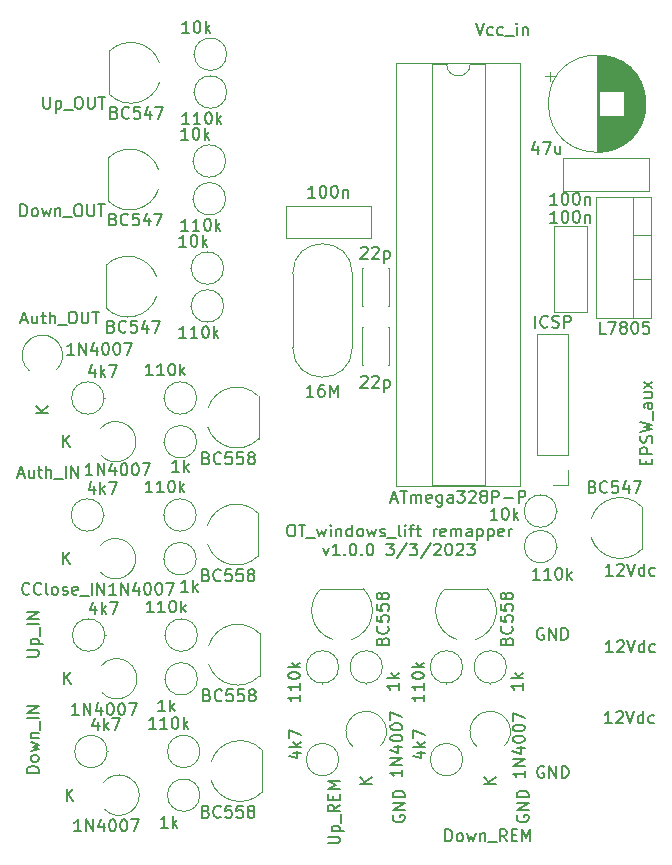
<source format=gto>
%TF.GenerationSoftware,KiCad,Pcbnew,(6.0.4)*%
%TF.CreationDate,2023-03-03T22:10:40+01:00*%
%TF.ProjectId,OT_windows_remapper,4f545f77-696e-4646-9f77-735f72656d61,rev?*%
%TF.SameCoordinates,Original*%
%TF.FileFunction,Legend,Top*%
%TF.FilePolarity,Positive*%
%FSLAX46Y46*%
G04 Gerber Fmt 4.6, Leading zero omitted, Abs format (unit mm)*
G04 Created by KiCad (PCBNEW (6.0.4)) date 2023-03-03 22:10:40*
%MOMM*%
%LPD*%
G01*
G04 APERTURE LIST*
%ADD10C,0.200000*%
%ADD11C,0.150000*%
%ADD12C,0.120000*%
G04 APERTURE END LIST*
D10*
X123261904Y-72647380D02*
X123452380Y-72647380D01*
X123547619Y-72695000D01*
X123642857Y-72790238D01*
X123690476Y-72980714D01*
X123690476Y-73314047D01*
X123642857Y-73504523D01*
X123547619Y-73599761D01*
X123452380Y-73647380D01*
X123261904Y-73647380D01*
X123166666Y-73599761D01*
X123071428Y-73504523D01*
X123023809Y-73314047D01*
X123023809Y-72980714D01*
X123071428Y-72790238D01*
X123166666Y-72695000D01*
X123261904Y-72647380D01*
X123976190Y-72647380D02*
X124547619Y-72647380D01*
X124261904Y-73647380D02*
X124261904Y-72647380D01*
X124642857Y-73742619D02*
X125404761Y-73742619D01*
X125547619Y-72980714D02*
X125738095Y-73647380D01*
X125928571Y-73171190D01*
X126119047Y-73647380D01*
X126309523Y-72980714D01*
X126690476Y-73647380D02*
X126690476Y-72980714D01*
X126690476Y-72647380D02*
X126642857Y-72695000D01*
X126690476Y-72742619D01*
X126738095Y-72695000D01*
X126690476Y-72647380D01*
X126690476Y-72742619D01*
X127166666Y-72980714D02*
X127166666Y-73647380D01*
X127166666Y-73075952D02*
X127214285Y-73028333D01*
X127309523Y-72980714D01*
X127452380Y-72980714D01*
X127547619Y-73028333D01*
X127595238Y-73123571D01*
X127595238Y-73647380D01*
X128500000Y-73647380D02*
X128500000Y-72647380D01*
X128500000Y-73599761D02*
X128404761Y-73647380D01*
X128214285Y-73647380D01*
X128119047Y-73599761D01*
X128071428Y-73552142D01*
X128023809Y-73456904D01*
X128023809Y-73171190D01*
X128071428Y-73075952D01*
X128119047Y-73028333D01*
X128214285Y-72980714D01*
X128404761Y-72980714D01*
X128500000Y-73028333D01*
X129119047Y-73647380D02*
X129023809Y-73599761D01*
X128976190Y-73552142D01*
X128928571Y-73456904D01*
X128928571Y-73171190D01*
X128976190Y-73075952D01*
X129023809Y-73028333D01*
X129119047Y-72980714D01*
X129261904Y-72980714D01*
X129357142Y-73028333D01*
X129404761Y-73075952D01*
X129452380Y-73171190D01*
X129452380Y-73456904D01*
X129404761Y-73552142D01*
X129357142Y-73599761D01*
X129261904Y-73647380D01*
X129119047Y-73647380D01*
X129785714Y-72980714D02*
X129976190Y-73647380D01*
X130166666Y-73171190D01*
X130357142Y-73647380D01*
X130547619Y-72980714D01*
X130880952Y-73599761D02*
X130976190Y-73647380D01*
X131166666Y-73647380D01*
X131261904Y-73599761D01*
X131309523Y-73504523D01*
X131309523Y-73456904D01*
X131261904Y-73361666D01*
X131166666Y-73314047D01*
X131023809Y-73314047D01*
X130928571Y-73266428D01*
X130880952Y-73171190D01*
X130880952Y-73123571D01*
X130928571Y-73028333D01*
X131023809Y-72980714D01*
X131166666Y-72980714D01*
X131261904Y-73028333D01*
X131500000Y-73742619D02*
X132261904Y-73742619D01*
X132642857Y-73647380D02*
X132547619Y-73599761D01*
X132500000Y-73504523D01*
X132500000Y-72647380D01*
X133023809Y-73647380D02*
X133023809Y-72980714D01*
X133023809Y-72647380D02*
X132976190Y-72695000D01*
X133023809Y-72742619D01*
X133071428Y-72695000D01*
X133023809Y-72647380D01*
X133023809Y-72742619D01*
X133357142Y-72980714D02*
X133738095Y-72980714D01*
X133500000Y-73647380D02*
X133500000Y-72790238D01*
X133547619Y-72695000D01*
X133642857Y-72647380D01*
X133738095Y-72647380D01*
X133928571Y-72980714D02*
X134309523Y-72980714D01*
X134071428Y-72647380D02*
X134071428Y-73504523D01*
X134119047Y-73599761D01*
X134214285Y-73647380D01*
X134309523Y-73647380D01*
X135404761Y-73647380D02*
X135404761Y-72980714D01*
X135404761Y-73171190D02*
X135452380Y-73075952D01*
X135500000Y-73028333D01*
X135595238Y-72980714D01*
X135690476Y-72980714D01*
X136404761Y-73599761D02*
X136309523Y-73647380D01*
X136119047Y-73647380D01*
X136023809Y-73599761D01*
X135976190Y-73504523D01*
X135976190Y-73123571D01*
X136023809Y-73028333D01*
X136119047Y-72980714D01*
X136309523Y-72980714D01*
X136404761Y-73028333D01*
X136452380Y-73123571D01*
X136452380Y-73218809D01*
X135976190Y-73314047D01*
X136880952Y-73647380D02*
X136880952Y-72980714D01*
X136880952Y-73075952D02*
X136928571Y-73028333D01*
X137023809Y-72980714D01*
X137166666Y-72980714D01*
X137261904Y-73028333D01*
X137309523Y-73123571D01*
X137309523Y-73647380D01*
X137309523Y-73123571D02*
X137357142Y-73028333D01*
X137452380Y-72980714D01*
X137595238Y-72980714D01*
X137690476Y-73028333D01*
X137738095Y-73123571D01*
X137738095Y-73647380D01*
X138642857Y-73647380D02*
X138642857Y-73123571D01*
X138595238Y-73028333D01*
X138500000Y-72980714D01*
X138309523Y-72980714D01*
X138214285Y-73028333D01*
X138642857Y-73599761D02*
X138547619Y-73647380D01*
X138309523Y-73647380D01*
X138214285Y-73599761D01*
X138166666Y-73504523D01*
X138166666Y-73409285D01*
X138214285Y-73314047D01*
X138309523Y-73266428D01*
X138547619Y-73266428D01*
X138642857Y-73218809D01*
X139119047Y-72980714D02*
X139119047Y-73980714D01*
X139119047Y-73028333D02*
X139214285Y-72980714D01*
X139404761Y-72980714D01*
X139500000Y-73028333D01*
X139547619Y-73075952D01*
X139595238Y-73171190D01*
X139595238Y-73456904D01*
X139547619Y-73552142D01*
X139500000Y-73599761D01*
X139404761Y-73647380D01*
X139214285Y-73647380D01*
X139119047Y-73599761D01*
X140023809Y-72980714D02*
X140023809Y-73980714D01*
X140023809Y-73028333D02*
X140119047Y-72980714D01*
X140309523Y-72980714D01*
X140404761Y-73028333D01*
X140452380Y-73075952D01*
X140500000Y-73171190D01*
X140500000Y-73456904D01*
X140452380Y-73552142D01*
X140404761Y-73599761D01*
X140309523Y-73647380D01*
X140119047Y-73647380D01*
X140023809Y-73599761D01*
X141309523Y-73599761D02*
X141214285Y-73647380D01*
X141023809Y-73647380D01*
X140928571Y-73599761D01*
X140880952Y-73504523D01*
X140880952Y-73123571D01*
X140928571Y-73028333D01*
X141023809Y-72980714D01*
X141214285Y-72980714D01*
X141309523Y-73028333D01*
X141357142Y-73123571D01*
X141357142Y-73218809D01*
X140880952Y-73314047D01*
X141785714Y-73647380D02*
X141785714Y-72980714D01*
X141785714Y-73171190D02*
X141833333Y-73075952D01*
X141880952Y-73028333D01*
X141976190Y-72980714D01*
X142071428Y-72980714D01*
X126071428Y-74590714D02*
X126309523Y-75257380D01*
X126547619Y-74590714D01*
X127452380Y-75257380D02*
X126880952Y-75257380D01*
X127166666Y-75257380D02*
X127166666Y-74257380D01*
X127071428Y-74400238D01*
X126976190Y-74495476D01*
X126880952Y-74543095D01*
X127880952Y-75162142D02*
X127928571Y-75209761D01*
X127880952Y-75257380D01*
X127833333Y-75209761D01*
X127880952Y-75162142D01*
X127880952Y-75257380D01*
X128547619Y-74257380D02*
X128642857Y-74257380D01*
X128738095Y-74305000D01*
X128785714Y-74352619D01*
X128833333Y-74447857D01*
X128880952Y-74638333D01*
X128880952Y-74876428D01*
X128833333Y-75066904D01*
X128785714Y-75162142D01*
X128738095Y-75209761D01*
X128642857Y-75257380D01*
X128547619Y-75257380D01*
X128452380Y-75209761D01*
X128404761Y-75162142D01*
X128357142Y-75066904D01*
X128309523Y-74876428D01*
X128309523Y-74638333D01*
X128357142Y-74447857D01*
X128404761Y-74352619D01*
X128452380Y-74305000D01*
X128547619Y-74257380D01*
X129309523Y-75162142D02*
X129357142Y-75209761D01*
X129309523Y-75257380D01*
X129261904Y-75209761D01*
X129309523Y-75162142D01*
X129309523Y-75257380D01*
X129976190Y-74257380D02*
X130071428Y-74257380D01*
X130166666Y-74305000D01*
X130214285Y-74352619D01*
X130261904Y-74447857D01*
X130309523Y-74638333D01*
X130309523Y-74876428D01*
X130261904Y-75066904D01*
X130214285Y-75162142D01*
X130166666Y-75209761D01*
X130071428Y-75257380D01*
X129976190Y-75257380D01*
X129880952Y-75209761D01*
X129833333Y-75162142D01*
X129785714Y-75066904D01*
X129738095Y-74876428D01*
X129738095Y-74638333D01*
X129785714Y-74447857D01*
X129833333Y-74352619D01*
X129880952Y-74305000D01*
X129976190Y-74257380D01*
X131404761Y-74257380D02*
X132023809Y-74257380D01*
X131690476Y-74638333D01*
X131833333Y-74638333D01*
X131928571Y-74685952D01*
X131976190Y-74733571D01*
X132023809Y-74828809D01*
X132023809Y-75066904D01*
X131976190Y-75162142D01*
X131928571Y-75209761D01*
X131833333Y-75257380D01*
X131547619Y-75257380D01*
X131452380Y-75209761D01*
X131404761Y-75162142D01*
X133166666Y-74209761D02*
X132309523Y-75495476D01*
X133404761Y-74257380D02*
X134023809Y-74257380D01*
X133690476Y-74638333D01*
X133833333Y-74638333D01*
X133928571Y-74685952D01*
X133976190Y-74733571D01*
X134023809Y-74828809D01*
X134023809Y-75066904D01*
X133976190Y-75162142D01*
X133928571Y-75209761D01*
X133833333Y-75257380D01*
X133547619Y-75257380D01*
X133452380Y-75209761D01*
X133404761Y-75162142D01*
X135166666Y-74209761D02*
X134309523Y-75495476D01*
X135452380Y-74352619D02*
X135500000Y-74305000D01*
X135595238Y-74257380D01*
X135833333Y-74257380D01*
X135928571Y-74305000D01*
X135976190Y-74352619D01*
X136023809Y-74447857D01*
X136023809Y-74543095D01*
X135976190Y-74685952D01*
X135404761Y-75257380D01*
X136023809Y-75257380D01*
X136642857Y-74257380D02*
X136738095Y-74257380D01*
X136833333Y-74305000D01*
X136880952Y-74352619D01*
X136928571Y-74447857D01*
X136976190Y-74638333D01*
X136976190Y-74876428D01*
X136928571Y-75066904D01*
X136880952Y-75162142D01*
X136833333Y-75209761D01*
X136738095Y-75257380D01*
X136642857Y-75257380D01*
X136547619Y-75209761D01*
X136500000Y-75162142D01*
X136452380Y-75066904D01*
X136404761Y-74876428D01*
X136404761Y-74638333D01*
X136452380Y-74447857D01*
X136500000Y-74352619D01*
X136547619Y-74305000D01*
X136642857Y-74257380D01*
X137357142Y-74352619D02*
X137404761Y-74305000D01*
X137500000Y-74257380D01*
X137738095Y-74257380D01*
X137833333Y-74305000D01*
X137880952Y-74352619D01*
X137928571Y-74447857D01*
X137928571Y-74543095D01*
X137880952Y-74685952D01*
X137309523Y-75257380D01*
X137928571Y-75257380D01*
X138261904Y-74257380D02*
X138880952Y-74257380D01*
X138547619Y-74638333D01*
X138690476Y-74638333D01*
X138785714Y-74685952D01*
X138833333Y-74733571D01*
X138880952Y-74828809D01*
X138880952Y-75066904D01*
X138833333Y-75162142D01*
X138785714Y-75209761D01*
X138690476Y-75257380D01*
X138404761Y-75257380D01*
X138309523Y-75209761D01*
X138261904Y-75162142D01*
D11*
%TO.C,U1*%
X131843333Y-70491666D02*
X132319523Y-70491666D01*
X131748095Y-70777380D02*
X132081428Y-69777380D01*
X132414761Y-70777380D01*
X132605238Y-69777380D02*
X133176666Y-69777380D01*
X132890952Y-70777380D02*
X132890952Y-69777380D01*
X133510000Y-70777380D02*
X133510000Y-70110714D01*
X133510000Y-70205952D02*
X133557619Y-70158333D01*
X133652857Y-70110714D01*
X133795714Y-70110714D01*
X133890952Y-70158333D01*
X133938571Y-70253571D01*
X133938571Y-70777380D01*
X133938571Y-70253571D02*
X133986190Y-70158333D01*
X134081428Y-70110714D01*
X134224285Y-70110714D01*
X134319523Y-70158333D01*
X134367142Y-70253571D01*
X134367142Y-70777380D01*
X135224285Y-70729761D02*
X135129047Y-70777380D01*
X134938571Y-70777380D01*
X134843333Y-70729761D01*
X134795714Y-70634523D01*
X134795714Y-70253571D01*
X134843333Y-70158333D01*
X134938571Y-70110714D01*
X135129047Y-70110714D01*
X135224285Y-70158333D01*
X135271904Y-70253571D01*
X135271904Y-70348809D01*
X134795714Y-70444047D01*
X136129047Y-70110714D02*
X136129047Y-70920238D01*
X136081428Y-71015476D01*
X136033809Y-71063095D01*
X135938571Y-71110714D01*
X135795714Y-71110714D01*
X135700476Y-71063095D01*
X136129047Y-70729761D02*
X136033809Y-70777380D01*
X135843333Y-70777380D01*
X135748095Y-70729761D01*
X135700476Y-70682142D01*
X135652857Y-70586904D01*
X135652857Y-70301190D01*
X135700476Y-70205952D01*
X135748095Y-70158333D01*
X135843333Y-70110714D01*
X136033809Y-70110714D01*
X136129047Y-70158333D01*
X137033809Y-70777380D02*
X137033809Y-70253571D01*
X136986190Y-70158333D01*
X136890952Y-70110714D01*
X136700476Y-70110714D01*
X136605238Y-70158333D01*
X137033809Y-70729761D02*
X136938571Y-70777380D01*
X136700476Y-70777380D01*
X136605238Y-70729761D01*
X136557619Y-70634523D01*
X136557619Y-70539285D01*
X136605238Y-70444047D01*
X136700476Y-70396428D01*
X136938571Y-70396428D01*
X137033809Y-70348809D01*
X137414761Y-69777380D02*
X138033809Y-69777380D01*
X137700476Y-70158333D01*
X137843333Y-70158333D01*
X137938571Y-70205952D01*
X137986190Y-70253571D01*
X138033809Y-70348809D01*
X138033809Y-70586904D01*
X137986190Y-70682142D01*
X137938571Y-70729761D01*
X137843333Y-70777380D01*
X137557619Y-70777380D01*
X137462380Y-70729761D01*
X137414761Y-70682142D01*
X138414761Y-69872619D02*
X138462380Y-69825000D01*
X138557619Y-69777380D01*
X138795714Y-69777380D01*
X138890952Y-69825000D01*
X138938571Y-69872619D01*
X138986190Y-69967857D01*
X138986190Y-70063095D01*
X138938571Y-70205952D01*
X138367142Y-70777380D01*
X138986190Y-70777380D01*
X139557619Y-70205952D02*
X139462380Y-70158333D01*
X139414761Y-70110714D01*
X139367142Y-70015476D01*
X139367142Y-69967857D01*
X139414761Y-69872619D01*
X139462380Y-69825000D01*
X139557619Y-69777380D01*
X139748095Y-69777380D01*
X139843333Y-69825000D01*
X139890952Y-69872619D01*
X139938571Y-69967857D01*
X139938571Y-70015476D01*
X139890952Y-70110714D01*
X139843333Y-70158333D01*
X139748095Y-70205952D01*
X139557619Y-70205952D01*
X139462380Y-70253571D01*
X139414761Y-70301190D01*
X139367142Y-70396428D01*
X139367142Y-70586904D01*
X139414761Y-70682142D01*
X139462380Y-70729761D01*
X139557619Y-70777380D01*
X139748095Y-70777380D01*
X139843333Y-70729761D01*
X139890952Y-70682142D01*
X139938571Y-70586904D01*
X139938571Y-70396428D01*
X139890952Y-70301190D01*
X139843333Y-70253571D01*
X139748095Y-70205952D01*
X140367142Y-70777380D02*
X140367142Y-69777380D01*
X140748095Y-69777380D01*
X140843333Y-69825000D01*
X140890952Y-69872619D01*
X140938571Y-69967857D01*
X140938571Y-70110714D01*
X140890952Y-70205952D01*
X140843333Y-70253571D01*
X140748095Y-70301190D01*
X140367142Y-70301190D01*
X141367142Y-70396428D02*
X142129047Y-70396428D01*
X142605238Y-70777380D02*
X142605238Y-69777380D01*
X142986190Y-69777380D01*
X143081428Y-69825000D01*
X143129047Y-69872619D01*
X143176666Y-69967857D01*
X143176666Y-70110714D01*
X143129047Y-70205952D01*
X143081428Y-70253571D01*
X142986190Y-70301190D01*
X142605238Y-70301190D01*
%TO.C,D3*%
X132752380Y-93382857D02*
X132752380Y-93954285D01*
X132752380Y-93668571D02*
X131752380Y-93668571D01*
X131895238Y-93763809D01*
X131990476Y-93859047D01*
X132038095Y-93954285D01*
X132752380Y-92954285D02*
X131752380Y-92954285D01*
X132752380Y-92382857D01*
X131752380Y-92382857D01*
X132085714Y-91478095D02*
X132752380Y-91478095D01*
X131704761Y-91716190D02*
X132419047Y-91954285D01*
X132419047Y-91335238D01*
X131752380Y-90763809D02*
X131752380Y-90668571D01*
X131800000Y-90573333D01*
X131847619Y-90525714D01*
X131942857Y-90478095D01*
X132133333Y-90430476D01*
X132371428Y-90430476D01*
X132561904Y-90478095D01*
X132657142Y-90525714D01*
X132704761Y-90573333D01*
X132752380Y-90668571D01*
X132752380Y-90763809D01*
X132704761Y-90859047D01*
X132657142Y-90906666D01*
X132561904Y-90954285D01*
X132371428Y-91001904D01*
X132133333Y-91001904D01*
X131942857Y-90954285D01*
X131847619Y-90906666D01*
X131800000Y-90859047D01*
X131752380Y-90763809D01*
X131752380Y-89811428D02*
X131752380Y-89716190D01*
X131800000Y-89620952D01*
X131847619Y-89573333D01*
X131942857Y-89525714D01*
X132133333Y-89478095D01*
X132371428Y-89478095D01*
X132561904Y-89525714D01*
X132657142Y-89573333D01*
X132704761Y-89620952D01*
X132752380Y-89716190D01*
X132752380Y-89811428D01*
X132704761Y-89906666D01*
X132657142Y-89954285D01*
X132561904Y-90001904D01*
X132371428Y-90049523D01*
X132133333Y-90049523D01*
X131942857Y-90001904D01*
X131847619Y-89954285D01*
X131800000Y-89906666D01*
X131752380Y-89811428D01*
X131752380Y-89144761D02*
X131752380Y-88478095D01*
X132752380Y-88906666D01*
X130152380Y-94601904D02*
X129152380Y-94601904D01*
X130152380Y-94030476D02*
X129580952Y-94459047D01*
X129152380Y-94030476D02*
X129723809Y-94601904D01*
%TO.C,C5*%
X125380952Y-44952380D02*
X124809523Y-44952380D01*
X125095238Y-44952380D02*
X125095238Y-43952380D01*
X125000000Y-44095238D01*
X124904761Y-44190476D01*
X124809523Y-44238095D01*
X126000000Y-43952380D02*
X126095238Y-43952380D01*
X126190476Y-44000000D01*
X126238095Y-44047619D01*
X126285714Y-44142857D01*
X126333333Y-44333333D01*
X126333333Y-44571428D01*
X126285714Y-44761904D01*
X126238095Y-44857142D01*
X126190476Y-44904761D01*
X126095238Y-44952380D01*
X126000000Y-44952380D01*
X125904761Y-44904761D01*
X125857142Y-44857142D01*
X125809523Y-44761904D01*
X125761904Y-44571428D01*
X125761904Y-44333333D01*
X125809523Y-44142857D01*
X125857142Y-44047619D01*
X125904761Y-44000000D01*
X126000000Y-43952380D01*
X126952380Y-43952380D02*
X127047619Y-43952380D01*
X127142857Y-44000000D01*
X127190476Y-44047619D01*
X127238095Y-44142857D01*
X127285714Y-44333333D01*
X127285714Y-44571428D01*
X127238095Y-44761904D01*
X127190476Y-44857142D01*
X127142857Y-44904761D01*
X127047619Y-44952380D01*
X126952380Y-44952380D01*
X126857142Y-44904761D01*
X126809523Y-44857142D01*
X126761904Y-44761904D01*
X126714285Y-44571428D01*
X126714285Y-44333333D01*
X126761904Y-44142857D01*
X126809523Y-44047619D01*
X126857142Y-44000000D01*
X126952380Y-43952380D01*
X127714285Y-44285714D02*
X127714285Y-44952380D01*
X127714285Y-44380952D02*
X127761904Y-44333333D01*
X127857142Y-44285714D01*
X128000000Y-44285714D01*
X128095238Y-44333333D01*
X128142857Y-44428571D01*
X128142857Y-44952380D01*
%TO.C,J10*%
X101976380Y-93657333D02*
X100976380Y-93657333D01*
X100976380Y-93419238D01*
X101024000Y-93276380D01*
X101119238Y-93181142D01*
X101214476Y-93133523D01*
X101404952Y-93085904D01*
X101547809Y-93085904D01*
X101738285Y-93133523D01*
X101833523Y-93181142D01*
X101928761Y-93276380D01*
X101976380Y-93419238D01*
X101976380Y-93657333D01*
X101976380Y-92514476D02*
X101928761Y-92609714D01*
X101881142Y-92657333D01*
X101785904Y-92704952D01*
X101500190Y-92704952D01*
X101404952Y-92657333D01*
X101357333Y-92609714D01*
X101309714Y-92514476D01*
X101309714Y-92371619D01*
X101357333Y-92276380D01*
X101404952Y-92228761D01*
X101500190Y-92181142D01*
X101785904Y-92181142D01*
X101881142Y-92228761D01*
X101928761Y-92276380D01*
X101976380Y-92371619D01*
X101976380Y-92514476D01*
X101309714Y-91847809D02*
X101976380Y-91657333D01*
X101500190Y-91466857D01*
X101976380Y-91276380D01*
X101309714Y-91085904D01*
X101309714Y-90704952D02*
X101976380Y-90704952D01*
X101404952Y-90704952D02*
X101357333Y-90657333D01*
X101309714Y-90562095D01*
X101309714Y-90419238D01*
X101357333Y-90324000D01*
X101452571Y-90276380D01*
X101976380Y-90276380D01*
X102071619Y-90038285D02*
X102071619Y-89276380D01*
X101976380Y-89038285D02*
X100976380Y-89038285D01*
X101976380Y-88562095D02*
X100976380Y-88562095D01*
X101976380Y-87990666D01*
X100976380Y-87990666D01*
%TO.C,D4*%
X143124380Y-93474857D02*
X143124380Y-94046285D01*
X143124380Y-93760571D02*
X142124380Y-93760571D01*
X142267238Y-93855809D01*
X142362476Y-93951047D01*
X142410095Y-94046285D01*
X143124380Y-93046285D02*
X142124380Y-93046285D01*
X143124380Y-92474857D01*
X142124380Y-92474857D01*
X142457714Y-91570095D02*
X143124380Y-91570095D01*
X142076761Y-91808190D02*
X142791047Y-92046285D01*
X142791047Y-91427238D01*
X142124380Y-90855809D02*
X142124380Y-90760571D01*
X142172000Y-90665333D01*
X142219619Y-90617714D01*
X142314857Y-90570095D01*
X142505333Y-90522476D01*
X142743428Y-90522476D01*
X142933904Y-90570095D01*
X143029142Y-90617714D01*
X143076761Y-90665333D01*
X143124380Y-90760571D01*
X143124380Y-90855809D01*
X143076761Y-90951047D01*
X143029142Y-90998666D01*
X142933904Y-91046285D01*
X142743428Y-91093904D01*
X142505333Y-91093904D01*
X142314857Y-91046285D01*
X142219619Y-90998666D01*
X142172000Y-90951047D01*
X142124380Y-90855809D01*
X142124380Y-89903428D02*
X142124380Y-89808190D01*
X142172000Y-89712952D01*
X142219619Y-89665333D01*
X142314857Y-89617714D01*
X142505333Y-89570095D01*
X142743428Y-89570095D01*
X142933904Y-89617714D01*
X143029142Y-89665333D01*
X143076761Y-89712952D01*
X143124380Y-89808190D01*
X143124380Y-89903428D01*
X143076761Y-89998666D01*
X143029142Y-90046285D01*
X142933904Y-90093904D01*
X142743428Y-90141523D01*
X142505333Y-90141523D01*
X142314857Y-90093904D01*
X142219619Y-90046285D01*
X142172000Y-89998666D01*
X142124380Y-89903428D01*
X142124380Y-89236761D02*
X142124380Y-88570095D01*
X143124380Y-88998666D01*
X140652380Y-94601904D02*
X139652380Y-94601904D01*
X140652380Y-94030476D02*
X140080952Y-94459047D01*
X139652380Y-94030476D02*
X140223809Y-94601904D01*
%TO.C,U2*%
X149966761Y-56478380D02*
X149490571Y-56478380D01*
X149490571Y-55478380D01*
X150204857Y-55478380D02*
X150871523Y-55478380D01*
X150442952Y-56478380D01*
X151395333Y-55906952D02*
X151300095Y-55859333D01*
X151252476Y-55811714D01*
X151204857Y-55716476D01*
X151204857Y-55668857D01*
X151252476Y-55573619D01*
X151300095Y-55526000D01*
X151395333Y-55478380D01*
X151585809Y-55478380D01*
X151681047Y-55526000D01*
X151728666Y-55573619D01*
X151776285Y-55668857D01*
X151776285Y-55716476D01*
X151728666Y-55811714D01*
X151681047Y-55859333D01*
X151585809Y-55906952D01*
X151395333Y-55906952D01*
X151300095Y-55954571D01*
X151252476Y-56002190D01*
X151204857Y-56097428D01*
X151204857Y-56287904D01*
X151252476Y-56383142D01*
X151300095Y-56430761D01*
X151395333Y-56478380D01*
X151585809Y-56478380D01*
X151681047Y-56430761D01*
X151728666Y-56383142D01*
X151776285Y-56287904D01*
X151776285Y-56097428D01*
X151728666Y-56002190D01*
X151681047Y-55954571D01*
X151585809Y-55906952D01*
X152395333Y-55478380D02*
X152490571Y-55478380D01*
X152585809Y-55526000D01*
X152633428Y-55573619D01*
X152681047Y-55668857D01*
X152728666Y-55859333D01*
X152728666Y-56097428D01*
X152681047Y-56287904D01*
X152633428Y-56383142D01*
X152585809Y-56430761D01*
X152490571Y-56478380D01*
X152395333Y-56478380D01*
X152300095Y-56430761D01*
X152252476Y-56383142D01*
X152204857Y-56287904D01*
X152157238Y-56097428D01*
X152157238Y-55859333D01*
X152204857Y-55668857D01*
X152252476Y-55573619D01*
X152300095Y-55526000D01*
X152395333Y-55478380D01*
X153633428Y-55478380D02*
X153157238Y-55478380D01*
X153109619Y-55954571D01*
X153157238Y-55906952D01*
X153252476Y-55859333D01*
X153490571Y-55859333D01*
X153585809Y-55906952D01*
X153633428Y-55954571D01*
X153681047Y-56049809D01*
X153681047Y-56287904D01*
X153633428Y-56383142D01*
X153585809Y-56430761D01*
X153490571Y-56478380D01*
X153252476Y-56478380D01*
X153157238Y-56430761D01*
X153109619Y-56383142D01*
%TO.C,R2*%
X114718571Y-38723380D02*
X114147142Y-38723380D01*
X114432857Y-38723380D02*
X114432857Y-37723380D01*
X114337619Y-37866238D01*
X114242380Y-37961476D01*
X114147142Y-38009095D01*
X115670952Y-38723380D02*
X115099523Y-38723380D01*
X115385238Y-38723380D02*
X115385238Y-37723380D01*
X115290000Y-37866238D01*
X115194761Y-37961476D01*
X115099523Y-38009095D01*
X116290000Y-37723380D02*
X116385238Y-37723380D01*
X116480476Y-37771000D01*
X116528095Y-37818619D01*
X116575714Y-37913857D01*
X116623333Y-38104333D01*
X116623333Y-38342428D01*
X116575714Y-38532904D01*
X116528095Y-38628142D01*
X116480476Y-38675761D01*
X116385238Y-38723380D01*
X116290000Y-38723380D01*
X116194761Y-38675761D01*
X116147142Y-38628142D01*
X116099523Y-38532904D01*
X116051904Y-38342428D01*
X116051904Y-38104333D01*
X116099523Y-37913857D01*
X116147142Y-37818619D01*
X116194761Y-37771000D01*
X116290000Y-37723380D01*
X117051904Y-38723380D02*
X117051904Y-37723380D01*
X117147142Y-38342428D02*
X117432857Y-38723380D01*
X117432857Y-38056714D02*
X117051904Y-38437666D01*
%TO.C,R24*%
X112680952Y-88452380D02*
X112109523Y-88452380D01*
X112395238Y-88452380D02*
X112395238Y-87452380D01*
X112300000Y-87595238D01*
X112204761Y-87690476D01*
X112109523Y-87738095D01*
X113109523Y-88452380D02*
X113109523Y-87452380D01*
X113204761Y-88071428D02*
X113490476Y-88452380D01*
X113490476Y-87785714D02*
X113109523Y-88166666D01*
%TO.C,R16*%
X111628571Y-60006380D02*
X111057142Y-60006380D01*
X111342857Y-60006380D02*
X111342857Y-59006380D01*
X111247619Y-59149238D01*
X111152380Y-59244476D01*
X111057142Y-59292095D01*
X112580952Y-60006380D02*
X112009523Y-60006380D01*
X112295238Y-60006380D02*
X112295238Y-59006380D01*
X112200000Y-59149238D01*
X112104761Y-59244476D01*
X112009523Y-59292095D01*
X113200000Y-59006380D02*
X113295238Y-59006380D01*
X113390476Y-59054000D01*
X113438095Y-59101619D01*
X113485714Y-59196857D01*
X113533333Y-59387333D01*
X113533333Y-59625428D01*
X113485714Y-59815904D01*
X113438095Y-59911142D01*
X113390476Y-59958761D01*
X113295238Y-60006380D01*
X113200000Y-60006380D01*
X113104761Y-59958761D01*
X113057142Y-59911142D01*
X113009523Y-59815904D01*
X112961904Y-59625428D01*
X112961904Y-59387333D01*
X113009523Y-59196857D01*
X113057142Y-59101619D01*
X113104761Y-59054000D01*
X113200000Y-59006380D01*
X113961904Y-60006380D02*
X113961904Y-59006380D01*
X114057142Y-59625428D02*
X114342857Y-60006380D01*
X114342857Y-59339714D02*
X113961904Y-59720666D01*
%TO.C,J16*%
X132000000Y-97261904D02*
X131952380Y-97357142D01*
X131952380Y-97500000D01*
X132000000Y-97642857D01*
X132095238Y-97738095D01*
X132190476Y-97785714D01*
X132380952Y-97833333D01*
X132523809Y-97833333D01*
X132714285Y-97785714D01*
X132809523Y-97738095D01*
X132904761Y-97642857D01*
X132952380Y-97500000D01*
X132952380Y-97404761D01*
X132904761Y-97261904D01*
X132857142Y-97214285D01*
X132523809Y-97214285D01*
X132523809Y-97404761D01*
X132952380Y-96785714D02*
X131952380Y-96785714D01*
X132952380Y-96214285D01*
X131952380Y-96214285D01*
X132952380Y-95738095D02*
X131952380Y-95738095D01*
X131952380Y-95500000D01*
X132000000Y-95357142D01*
X132095238Y-95261904D01*
X132190476Y-95214285D01*
X132380952Y-95166666D01*
X132523809Y-95166666D01*
X132714285Y-95214285D01*
X132809523Y-95261904D01*
X132904761Y-95357142D01*
X132952380Y-95500000D01*
X132952380Y-95738095D01*
%TO.C,R4*%
X114464571Y-56830880D02*
X113893142Y-56830880D01*
X114178857Y-56830880D02*
X114178857Y-55830880D01*
X114083619Y-55973738D01*
X113988380Y-56068976D01*
X113893142Y-56116595D01*
X115416952Y-56830880D02*
X114845523Y-56830880D01*
X115131238Y-56830880D02*
X115131238Y-55830880D01*
X115036000Y-55973738D01*
X114940761Y-56068976D01*
X114845523Y-56116595D01*
X116036000Y-55830880D02*
X116131238Y-55830880D01*
X116226476Y-55878500D01*
X116274095Y-55926119D01*
X116321714Y-56021357D01*
X116369333Y-56211833D01*
X116369333Y-56449928D01*
X116321714Y-56640404D01*
X116274095Y-56735642D01*
X116226476Y-56783261D01*
X116131238Y-56830880D01*
X116036000Y-56830880D01*
X115940761Y-56783261D01*
X115893142Y-56735642D01*
X115845523Y-56640404D01*
X115797904Y-56449928D01*
X115797904Y-56211833D01*
X115845523Y-56021357D01*
X115893142Y-55926119D01*
X115940761Y-55878500D01*
X116036000Y-55830880D01*
X116797904Y-56830880D02*
X116797904Y-55830880D01*
X116893142Y-56449928D02*
X117178857Y-56830880D01*
X117178857Y-56164214D02*
X116797904Y-56545166D01*
%TO.C,C1*%
X129265714Y-49223619D02*
X129313333Y-49176000D01*
X129408571Y-49128380D01*
X129646666Y-49128380D01*
X129741904Y-49176000D01*
X129789523Y-49223619D01*
X129837142Y-49318857D01*
X129837142Y-49414095D01*
X129789523Y-49556952D01*
X129218095Y-50128380D01*
X129837142Y-50128380D01*
X130218095Y-49223619D02*
X130265714Y-49176000D01*
X130360952Y-49128380D01*
X130599047Y-49128380D01*
X130694285Y-49176000D01*
X130741904Y-49223619D01*
X130789523Y-49318857D01*
X130789523Y-49414095D01*
X130741904Y-49556952D01*
X130170476Y-50128380D01*
X130789523Y-50128380D01*
X131218095Y-49461714D02*
X131218095Y-50461714D01*
X131218095Y-49509333D02*
X131313333Y-49461714D01*
X131503809Y-49461714D01*
X131599047Y-49509333D01*
X131646666Y-49556952D01*
X131694285Y-49652190D01*
X131694285Y-49937904D01*
X131646666Y-50033142D01*
X131599047Y-50080761D01*
X131503809Y-50128380D01*
X131313333Y-50128380D01*
X131218095Y-50080761D01*
%TO.C,Q5*%
X131078571Y-82497142D02*
X131126190Y-82354285D01*
X131173809Y-82306666D01*
X131269047Y-82259047D01*
X131411904Y-82259047D01*
X131507142Y-82306666D01*
X131554761Y-82354285D01*
X131602380Y-82449523D01*
X131602380Y-82830476D01*
X130602380Y-82830476D01*
X130602380Y-82497142D01*
X130650000Y-82401904D01*
X130697619Y-82354285D01*
X130792857Y-82306666D01*
X130888095Y-82306666D01*
X130983333Y-82354285D01*
X131030952Y-82401904D01*
X131078571Y-82497142D01*
X131078571Y-82830476D01*
X131507142Y-81259047D02*
X131554761Y-81306666D01*
X131602380Y-81449523D01*
X131602380Y-81544761D01*
X131554761Y-81687619D01*
X131459523Y-81782857D01*
X131364285Y-81830476D01*
X131173809Y-81878095D01*
X131030952Y-81878095D01*
X130840476Y-81830476D01*
X130745238Y-81782857D01*
X130650000Y-81687619D01*
X130602380Y-81544761D01*
X130602380Y-81449523D01*
X130650000Y-81306666D01*
X130697619Y-81259047D01*
X130602380Y-80354285D02*
X130602380Y-80830476D01*
X131078571Y-80878095D01*
X131030952Y-80830476D01*
X130983333Y-80735238D01*
X130983333Y-80497142D01*
X131030952Y-80401904D01*
X131078571Y-80354285D01*
X131173809Y-80306666D01*
X131411904Y-80306666D01*
X131507142Y-80354285D01*
X131554761Y-80401904D01*
X131602380Y-80497142D01*
X131602380Y-80735238D01*
X131554761Y-80830476D01*
X131507142Y-80878095D01*
X130602380Y-79401904D02*
X130602380Y-79878095D01*
X131078571Y-79925714D01*
X131030952Y-79878095D01*
X130983333Y-79782857D01*
X130983333Y-79544761D01*
X131030952Y-79449523D01*
X131078571Y-79401904D01*
X131173809Y-79354285D01*
X131411904Y-79354285D01*
X131507142Y-79401904D01*
X131554761Y-79449523D01*
X131602380Y-79544761D01*
X131602380Y-79782857D01*
X131554761Y-79878095D01*
X131507142Y-79925714D01*
X131030952Y-78782857D02*
X130983333Y-78878095D01*
X130935714Y-78925714D01*
X130840476Y-78973333D01*
X130792857Y-78973333D01*
X130697619Y-78925714D01*
X130650000Y-78878095D01*
X130602380Y-78782857D01*
X130602380Y-78592380D01*
X130650000Y-78497142D01*
X130697619Y-78449523D01*
X130792857Y-78401904D01*
X130840476Y-78401904D01*
X130935714Y-78449523D01*
X130983333Y-78497142D01*
X131030952Y-78592380D01*
X131030952Y-78782857D01*
X131078571Y-78878095D01*
X131126190Y-78925714D01*
X131221428Y-78973333D01*
X131411904Y-78973333D01*
X131507142Y-78925714D01*
X131554761Y-78878095D01*
X131602380Y-78782857D01*
X131602380Y-78592380D01*
X131554761Y-78497142D01*
X131507142Y-78449523D01*
X131411904Y-78401904D01*
X131221428Y-78401904D01*
X131126190Y-78449523D01*
X131078571Y-78497142D01*
X131030952Y-78592380D01*
%TO.C,Q9*%
X116242857Y-87078571D02*
X116385714Y-87126190D01*
X116433333Y-87173809D01*
X116480952Y-87269047D01*
X116480952Y-87411904D01*
X116433333Y-87507142D01*
X116385714Y-87554761D01*
X116290476Y-87602380D01*
X115909523Y-87602380D01*
X115909523Y-86602380D01*
X116242857Y-86602380D01*
X116338095Y-86650000D01*
X116385714Y-86697619D01*
X116433333Y-86792857D01*
X116433333Y-86888095D01*
X116385714Y-86983333D01*
X116338095Y-87030952D01*
X116242857Y-87078571D01*
X115909523Y-87078571D01*
X117480952Y-87507142D02*
X117433333Y-87554761D01*
X117290476Y-87602380D01*
X117195238Y-87602380D01*
X117052380Y-87554761D01*
X116957142Y-87459523D01*
X116909523Y-87364285D01*
X116861904Y-87173809D01*
X116861904Y-87030952D01*
X116909523Y-86840476D01*
X116957142Y-86745238D01*
X117052380Y-86650000D01*
X117195238Y-86602380D01*
X117290476Y-86602380D01*
X117433333Y-86650000D01*
X117480952Y-86697619D01*
X118385714Y-86602380D02*
X117909523Y-86602380D01*
X117861904Y-87078571D01*
X117909523Y-87030952D01*
X118004761Y-86983333D01*
X118242857Y-86983333D01*
X118338095Y-87030952D01*
X118385714Y-87078571D01*
X118433333Y-87173809D01*
X118433333Y-87411904D01*
X118385714Y-87507142D01*
X118338095Y-87554761D01*
X118242857Y-87602380D01*
X118004761Y-87602380D01*
X117909523Y-87554761D01*
X117861904Y-87507142D01*
X119338095Y-86602380D02*
X118861904Y-86602380D01*
X118814285Y-87078571D01*
X118861904Y-87030952D01*
X118957142Y-86983333D01*
X119195238Y-86983333D01*
X119290476Y-87030952D01*
X119338095Y-87078571D01*
X119385714Y-87173809D01*
X119385714Y-87411904D01*
X119338095Y-87507142D01*
X119290476Y-87554761D01*
X119195238Y-87602380D01*
X118957142Y-87602380D01*
X118861904Y-87554761D01*
X118814285Y-87507142D01*
X119957142Y-87030952D02*
X119861904Y-86983333D01*
X119814285Y-86935714D01*
X119766666Y-86840476D01*
X119766666Y-86792857D01*
X119814285Y-86697619D01*
X119861904Y-86650000D01*
X119957142Y-86602380D01*
X120147619Y-86602380D01*
X120242857Y-86650000D01*
X120290476Y-86697619D01*
X120338095Y-86792857D01*
X120338095Y-86840476D01*
X120290476Y-86935714D01*
X120242857Y-86983333D01*
X120147619Y-87030952D01*
X119957142Y-87030952D01*
X119861904Y-87078571D01*
X119814285Y-87126190D01*
X119766666Y-87221428D01*
X119766666Y-87411904D01*
X119814285Y-87507142D01*
X119861904Y-87554761D01*
X119957142Y-87602380D01*
X120147619Y-87602380D01*
X120242857Y-87554761D01*
X120290476Y-87507142D01*
X120338095Y-87411904D01*
X120338095Y-87221428D01*
X120290476Y-87126190D01*
X120242857Y-87078571D01*
X120147619Y-87030952D01*
%TO.C,J2*%
X150570000Y-76952380D02*
X149998571Y-76952380D01*
X150284285Y-76952380D02*
X150284285Y-75952380D01*
X150189047Y-76095238D01*
X150093809Y-76190476D01*
X149998571Y-76238095D01*
X150950952Y-76047619D02*
X150998571Y-76000000D01*
X151093809Y-75952380D01*
X151331904Y-75952380D01*
X151427142Y-76000000D01*
X151474761Y-76047619D01*
X151522380Y-76142857D01*
X151522380Y-76238095D01*
X151474761Y-76380952D01*
X150903333Y-76952380D01*
X151522380Y-76952380D01*
X151808095Y-75952380D02*
X152141428Y-76952380D01*
X152474761Y-75952380D01*
X153236666Y-76952380D02*
X153236666Y-75952380D01*
X153236666Y-76904761D02*
X153141428Y-76952380D01*
X152950952Y-76952380D01*
X152855714Y-76904761D01*
X152808095Y-76857142D01*
X152760476Y-76761904D01*
X152760476Y-76476190D01*
X152808095Y-76380952D01*
X152855714Y-76333333D01*
X152950952Y-76285714D01*
X153141428Y-76285714D01*
X153236666Y-76333333D01*
X154141428Y-76904761D02*
X154046190Y-76952380D01*
X153855714Y-76952380D01*
X153760476Y-76904761D01*
X153712857Y-76857142D01*
X153665238Y-76761904D01*
X153665238Y-76476190D01*
X153712857Y-76380952D01*
X153760476Y-76333333D01*
X153855714Y-76285714D01*
X154046190Y-76285714D01*
X154141428Y-76333333D01*
%TO.C,J4*%
X150500000Y-89452380D02*
X149928571Y-89452380D01*
X150214285Y-89452380D02*
X150214285Y-88452380D01*
X150119047Y-88595238D01*
X150023809Y-88690476D01*
X149928571Y-88738095D01*
X150880952Y-88547619D02*
X150928571Y-88500000D01*
X151023809Y-88452380D01*
X151261904Y-88452380D01*
X151357142Y-88500000D01*
X151404761Y-88547619D01*
X151452380Y-88642857D01*
X151452380Y-88738095D01*
X151404761Y-88880952D01*
X150833333Y-89452380D01*
X151452380Y-89452380D01*
X151738095Y-88452380D02*
X152071428Y-89452380D01*
X152404761Y-88452380D01*
X153166666Y-89452380D02*
X153166666Y-88452380D01*
X153166666Y-89404761D02*
X153071428Y-89452380D01*
X152880952Y-89452380D01*
X152785714Y-89404761D01*
X152738095Y-89357142D01*
X152690476Y-89261904D01*
X152690476Y-88976190D01*
X152738095Y-88880952D01*
X152785714Y-88833333D01*
X152880952Y-88785714D01*
X153071428Y-88785714D01*
X153166666Y-88833333D01*
X154071428Y-89404761D02*
X153976190Y-89452380D01*
X153785714Y-89452380D01*
X153690476Y-89404761D01*
X153642857Y-89357142D01*
X153595238Y-89261904D01*
X153595238Y-88976190D01*
X153642857Y-88880952D01*
X153690476Y-88833333D01*
X153785714Y-88785714D01*
X153976190Y-88785714D01*
X154071428Y-88833333D01*
%TO.C,J11*%
X100976380Y-83814952D02*
X101785904Y-83814952D01*
X101881142Y-83767333D01*
X101928761Y-83719714D01*
X101976380Y-83624476D01*
X101976380Y-83434000D01*
X101928761Y-83338761D01*
X101881142Y-83291142D01*
X101785904Y-83243523D01*
X100976380Y-83243523D01*
X101309714Y-82767333D02*
X102309714Y-82767333D01*
X101357333Y-82767333D02*
X101309714Y-82672095D01*
X101309714Y-82481619D01*
X101357333Y-82386380D01*
X101404952Y-82338761D01*
X101500190Y-82291142D01*
X101785904Y-82291142D01*
X101881142Y-82338761D01*
X101928761Y-82386380D01*
X101976380Y-82481619D01*
X101976380Y-82672095D01*
X101928761Y-82767333D01*
X102071619Y-82100666D02*
X102071619Y-81338761D01*
X101976380Y-81100666D02*
X100976380Y-81100666D01*
X101976380Y-80624476D02*
X100976380Y-80624476D01*
X101976380Y-80053047D01*
X100976380Y-80053047D01*
%TO.C,R15*%
X134582380Y-87036428D02*
X134582380Y-87607857D01*
X134582380Y-87322142D02*
X133582380Y-87322142D01*
X133725238Y-87417380D01*
X133820476Y-87512619D01*
X133868095Y-87607857D01*
X134582380Y-86084047D02*
X134582380Y-86655476D01*
X134582380Y-86369761D02*
X133582380Y-86369761D01*
X133725238Y-86465000D01*
X133820476Y-86560238D01*
X133868095Y-86655476D01*
X133582380Y-85465000D02*
X133582380Y-85369761D01*
X133630000Y-85274523D01*
X133677619Y-85226904D01*
X133772857Y-85179285D01*
X133963333Y-85131666D01*
X134201428Y-85131666D01*
X134391904Y-85179285D01*
X134487142Y-85226904D01*
X134534761Y-85274523D01*
X134582380Y-85369761D01*
X134582380Y-85465000D01*
X134534761Y-85560238D01*
X134487142Y-85607857D01*
X134391904Y-85655476D01*
X134201428Y-85703095D01*
X133963333Y-85703095D01*
X133772857Y-85655476D01*
X133677619Y-85607857D01*
X133630000Y-85560238D01*
X133582380Y-85465000D01*
X134582380Y-84703095D02*
X133582380Y-84703095D01*
X134201428Y-84607857D02*
X134582380Y-84322142D01*
X133915714Y-84322142D02*
X134296666Y-84703095D01*
%TO.C,C6*%
X145870952Y-45556380D02*
X145299523Y-45556380D01*
X145585238Y-45556380D02*
X145585238Y-44556380D01*
X145490000Y-44699238D01*
X145394761Y-44794476D01*
X145299523Y-44842095D01*
X146490000Y-44556380D02*
X146585238Y-44556380D01*
X146680476Y-44604000D01*
X146728095Y-44651619D01*
X146775714Y-44746857D01*
X146823333Y-44937333D01*
X146823333Y-45175428D01*
X146775714Y-45365904D01*
X146728095Y-45461142D01*
X146680476Y-45508761D01*
X146585238Y-45556380D01*
X146490000Y-45556380D01*
X146394761Y-45508761D01*
X146347142Y-45461142D01*
X146299523Y-45365904D01*
X146251904Y-45175428D01*
X146251904Y-44937333D01*
X146299523Y-44746857D01*
X146347142Y-44651619D01*
X146394761Y-44604000D01*
X146490000Y-44556380D01*
X147442380Y-44556380D02*
X147537619Y-44556380D01*
X147632857Y-44604000D01*
X147680476Y-44651619D01*
X147728095Y-44746857D01*
X147775714Y-44937333D01*
X147775714Y-45175428D01*
X147728095Y-45365904D01*
X147680476Y-45461142D01*
X147632857Y-45508761D01*
X147537619Y-45556380D01*
X147442380Y-45556380D01*
X147347142Y-45508761D01*
X147299523Y-45461142D01*
X147251904Y-45365904D01*
X147204285Y-45175428D01*
X147204285Y-44937333D01*
X147251904Y-44746857D01*
X147299523Y-44651619D01*
X147347142Y-44604000D01*
X147442380Y-44556380D01*
X148204285Y-44889714D02*
X148204285Y-45556380D01*
X148204285Y-44984952D02*
X148251904Y-44937333D01*
X148347142Y-44889714D01*
X148490000Y-44889714D01*
X148585238Y-44937333D01*
X148632857Y-45032571D01*
X148632857Y-45556380D01*
%TO.C,J13*%
X136404761Y-99452380D02*
X136404761Y-98452380D01*
X136642857Y-98452380D01*
X136785714Y-98500000D01*
X136880952Y-98595238D01*
X136928571Y-98690476D01*
X136976190Y-98880952D01*
X136976190Y-99023809D01*
X136928571Y-99214285D01*
X136880952Y-99309523D01*
X136785714Y-99404761D01*
X136642857Y-99452380D01*
X136404761Y-99452380D01*
X137547619Y-99452380D02*
X137452380Y-99404761D01*
X137404761Y-99357142D01*
X137357142Y-99261904D01*
X137357142Y-98976190D01*
X137404761Y-98880952D01*
X137452380Y-98833333D01*
X137547619Y-98785714D01*
X137690476Y-98785714D01*
X137785714Y-98833333D01*
X137833333Y-98880952D01*
X137880952Y-98976190D01*
X137880952Y-99261904D01*
X137833333Y-99357142D01*
X137785714Y-99404761D01*
X137690476Y-99452380D01*
X137547619Y-99452380D01*
X138214285Y-98785714D02*
X138404761Y-99452380D01*
X138595238Y-98976190D01*
X138785714Y-99452380D01*
X138976190Y-98785714D01*
X139357142Y-98785714D02*
X139357142Y-99452380D01*
X139357142Y-98880952D02*
X139404761Y-98833333D01*
X139500000Y-98785714D01*
X139642857Y-98785714D01*
X139738095Y-98833333D01*
X139785714Y-98928571D01*
X139785714Y-99452380D01*
X140023809Y-99547619D02*
X140785714Y-99547619D01*
X141595238Y-99452380D02*
X141261904Y-98976190D01*
X141023809Y-99452380D02*
X141023809Y-98452380D01*
X141404761Y-98452380D01*
X141500000Y-98500000D01*
X141547619Y-98547619D01*
X141595238Y-98642857D01*
X141595238Y-98785714D01*
X141547619Y-98880952D01*
X141500000Y-98928571D01*
X141404761Y-98976190D01*
X141023809Y-98976190D01*
X142023809Y-98928571D02*
X142357142Y-98928571D01*
X142500000Y-99452380D02*
X142023809Y-99452380D01*
X142023809Y-98452380D01*
X142500000Y-98452380D01*
X142928571Y-99452380D02*
X142928571Y-98452380D01*
X143261904Y-99166666D01*
X143595238Y-98452380D01*
X143595238Y-99452380D01*
%TO.C,R25*%
X140806761Y-72226380D02*
X140235333Y-72226380D01*
X140521047Y-72226380D02*
X140521047Y-71226380D01*
X140425809Y-71369238D01*
X140330571Y-71464476D01*
X140235333Y-71512095D01*
X141425809Y-71226380D02*
X141521047Y-71226380D01*
X141616285Y-71274000D01*
X141663904Y-71321619D01*
X141711523Y-71416857D01*
X141759142Y-71607333D01*
X141759142Y-71845428D01*
X141711523Y-72035904D01*
X141663904Y-72131142D01*
X141616285Y-72178761D01*
X141521047Y-72226380D01*
X141425809Y-72226380D01*
X141330571Y-72178761D01*
X141282952Y-72131142D01*
X141235333Y-72035904D01*
X141187714Y-71845428D01*
X141187714Y-71607333D01*
X141235333Y-71416857D01*
X141282952Y-71321619D01*
X141330571Y-71274000D01*
X141425809Y-71226380D01*
X142187714Y-72226380D02*
X142187714Y-71226380D01*
X142282952Y-71845428D02*
X142568666Y-72226380D01*
X142568666Y-71559714D02*
X142187714Y-71940666D01*
%TO.C,J18*%
X144704095Y-81434000D02*
X144608857Y-81386380D01*
X144466000Y-81386380D01*
X144323142Y-81434000D01*
X144227904Y-81529238D01*
X144180285Y-81624476D01*
X144132666Y-81814952D01*
X144132666Y-81957809D01*
X144180285Y-82148285D01*
X144227904Y-82243523D01*
X144323142Y-82338761D01*
X144466000Y-82386380D01*
X144561238Y-82386380D01*
X144704095Y-82338761D01*
X144751714Y-82291142D01*
X144751714Y-81957809D01*
X144561238Y-81957809D01*
X145180285Y-82386380D02*
X145180285Y-81386380D01*
X145751714Y-82386380D01*
X145751714Y-81386380D01*
X146227904Y-82386380D02*
X146227904Y-81386380D01*
X146466000Y-81386380D01*
X146608857Y-81434000D01*
X146704095Y-81529238D01*
X146751714Y-81624476D01*
X146799333Y-81814952D01*
X146799333Y-81957809D01*
X146751714Y-82148285D01*
X146704095Y-82243523D01*
X146608857Y-82338761D01*
X146466000Y-82386380D01*
X146227904Y-82386380D01*
%TO.C,R13*%
X114465761Y-49110880D02*
X113894333Y-49110880D01*
X114180047Y-49110880D02*
X114180047Y-48110880D01*
X114084809Y-48253738D01*
X113989571Y-48348976D01*
X113894333Y-48396595D01*
X115084809Y-48110880D02*
X115180047Y-48110880D01*
X115275285Y-48158500D01*
X115322904Y-48206119D01*
X115370523Y-48301357D01*
X115418142Y-48491833D01*
X115418142Y-48729928D01*
X115370523Y-48920404D01*
X115322904Y-49015642D01*
X115275285Y-49063261D01*
X115180047Y-49110880D01*
X115084809Y-49110880D01*
X114989571Y-49063261D01*
X114941952Y-49015642D01*
X114894333Y-48920404D01*
X114846714Y-48729928D01*
X114846714Y-48491833D01*
X114894333Y-48301357D01*
X114941952Y-48206119D01*
X114989571Y-48158500D01*
X115084809Y-48110880D01*
X115846714Y-49110880D02*
X115846714Y-48110880D01*
X115941952Y-48729928D02*
X116227666Y-49110880D01*
X116227666Y-48444214D02*
X115846714Y-48825166D01*
%TO.C,R9*%
X106779523Y-79535714D02*
X106779523Y-80202380D01*
X106541428Y-79154761D02*
X106303333Y-79869047D01*
X106922380Y-79869047D01*
X107303333Y-80202380D02*
X107303333Y-79202380D01*
X107398571Y-79821428D02*
X107684285Y-80202380D01*
X107684285Y-79535714D02*
X107303333Y-79916666D01*
X108017619Y-79202380D02*
X108684285Y-79202380D01*
X108255714Y-80202380D01*
%TO.C,Q3*%
X108128857Y-55857071D02*
X108271714Y-55904690D01*
X108319333Y-55952309D01*
X108366952Y-56047547D01*
X108366952Y-56190404D01*
X108319333Y-56285642D01*
X108271714Y-56333261D01*
X108176476Y-56380880D01*
X107795523Y-56380880D01*
X107795523Y-55380880D01*
X108128857Y-55380880D01*
X108224095Y-55428500D01*
X108271714Y-55476119D01*
X108319333Y-55571357D01*
X108319333Y-55666595D01*
X108271714Y-55761833D01*
X108224095Y-55809452D01*
X108128857Y-55857071D01*
X107795523Y-55857071D01*
X109366952Y-56285642D02*
X109319333Y-56333261D01*
X109176476Y-56380880D01*
X109081238Y-56380880D01*
X108938380Y-56333261D01*
X108843142Y-56238023D01*
X108795523Y-56142785D01*
X108747904Y-55952309D01*
X108747904Y-55809452D01*
X108795523Y-55618976D01*
X108843142Y-55523738D01*
X108938380Y-55428500D01*
X109081238Y-55380880D01*
X109176476Y-55380880D01*
X109319333Y-55428500D01*
X109366952Y-55476119D01*
X110271714Y-55380880D02*
X109795523Y-55380880D01*
X109747904Y-55857071D01*
X109795523Y-55809452D01*
X109890761Y-55761833D01*
X110128857Y-55761833D01*
X110224095Y-55809452D01*
X110271714Y-55857071D01*
X110319333Y-55952309D01*
X110319333Y-56190404D01*
X110271714Y-56285642D01*
X110224095Y-56333261D01*
X110128857Y-56380880D01*
X109890761Y-56380880D01*
X109795523Y-56333261D01*
X109747904Y-56285642D01*
X111176476Y-55714214D02*
X111176476Y-56380880D01*
X110938380Y-55333261D02*
X110700285Y-56047547D01*
X111319333Y-56047547D01*
X111605047Y-55380880D02*
X112271714Y-55380880D01*
X111843142Y-56380880D01*
%TO.C,R19*%
X114612952Y-78322380D02*
X114041523Y-78322380D01*
X114327238Y-78322380D02*
X114327238Y-77322380D01*
X114232000Y-77465238D01*
X114136761Y-77560476D01*
X114041523Y-77608095D01*
X115041523Y-78322380D02*
X115041523Y-77322380D01*
X115136761Y-77941428D02*
X115422476Y-78322380D01*
X115422476Y-77655714D02*
X115041523Y-78036666D01*
%TO.C,D2*%
X108525142Y-78576380D02*
X107953714Y-78576380D01*
X108239428Y-78576380D02*
X108239428Y-77576380D01*
X108144190Y-77719238D01*
X108048952Y-77814476D01*
X107953714Y-77862095D01*
X108953714Y-78576380D02*
X108953714Y-77576380D01*
X109525142Y-78576380D01*
X109525142Y-77576380D01*
X110429904Y-77909714D02*
X110429904Y-78576380D01*
X110191809Y-77528761D02*
X109953714Y-78243047D01*
X110572761Y-78243047D01*
X111144190Y-77576380D02*
X111239428Y-77576380D01*
X111334666Y-77624000D01*
X111382285Y-77671619D01*
X111429904Y-77766857D01*
X111477523Y-77957333D01*
X111477523Y-78195428D01*
X111429904Y-78385904D01*
X111382285Y-78481142D01*
X111334666Y-78528761D01*
X111239428Y-78576380D01*
X111144190Y-78576380D01*
X111048952Y-78528761D01*
X111001333Y-78481142D01*
X110953714Y-78385904D01*
X110906095Y-78195428D01*
X110906095Y-77957333D01*
X110953714Y-77766857D01*
X111001333Y-77671619D01*
X111048952Y-77624000D01*
X111144190Y-77576380D01*
X112096571Y-77576380D02*
X112191809Y-77576380D01*
X112287047Y-77624000D01*
X112334666Y-77671619D01*
X112382285Y-77766857D01*
X112429904Y-77957333D01*
X112429904Y-78195428D01*
X112382285Y-78385904D01*
X112334666Y-78481142D01*
X112287047Y-78528761D01*
X112191809Y-78576380D01*
X112096571Y-78576380D01*
X112001333Y-78528761D01*
X111953714Y-78481142D01*
X111906095Y-78385904D01*
X111858476Y-78195428D01*
X111858476Y-77957333D01*
X111906095Y-77766857D01*
X111953714Y-77671619D01*
X112001333Y-77624000D01*
X112096571Y-77576380D01*
X112763238Y-77576380D02*
X113429904Y-77576380D01*
X113001333Y-78576380D01*
X104034095Y-75982380D02*
X104034095Y-74982380D01*
X104605523Y-75982380D02*
X104176952Y-75410952D01*
X104605523Y-74982380D02*
X104034095Y-75553809D01*
%TO.C,R12*%
X114635261Y-40040380D02*
X114063833Y-40040380D01*
X114349547Y-40040380D02*
X114349547Y-39040380D01*
X114254309Y-39183238D01*
X114159071Y-39278476D01*
X114063833Y-39326095D01*
X115254309Y-39040380D02*
X115349547Y-39040380D01*
X115444785Y-39088000D01*
X115492404Y-39135619D01*
X115540023Y-39230857D01*
X115587642Y-39421333D01*
X115587642Y-39659428D01*
X115540023Y-39849904D01*
X115492404Y-39945142D01*
X115444785Y-39992761D01*
X115349547Y-40040380D01*
X115254309Y-40040380D01*
X115159071Y-39992761D01*
X115111452Y-39945142D01*
X115063833Y-39849904D01*
X115016214Y-39659428D01*
X115016214Y-39421333D01*
X115063833Y-39230857D01*
X115111452Y-39135619D01*
X115159071Y-39088000D01*
X115254309Y-39040380D01*
X116016214Y-40040380D02*
X116016214Y-39040380D01*
X116111452Y-39659428D02*
X116397166Y-40040380D01*
X116397166Y-39373714D02*
X116016214Y-39754666D01*
%TO.C,J1*%
X138988095Y-30202380D02*
X139321428Y-31202380D01*
X139654761Y-30202380D01*
X140416666Y-31154761D02*
X140321428Y-31202380D01*
X140130952Y-31202380D01*
X140035714Y-31154761D01*
X139988095Y-31107142D01*
X139940476Y-31011904D01*
X139940476Y-30726190D01*
X139988095Y-30630952D01*
X140035714Y-30583333D01*
X140130952Y-30535714D01*
X140321428Y-30535714D01*
X140416666Y-30583333D01*
X141273809Y-31154761D02*
X141178571Y-31202380D01*
X140988095Y-31202380D01*
X140892857Y-31154761D01*
X140845238Y-31107142D01*
X140797619Y-31011904D01*
X140797619Y-30726190D01*
X140845238Y-30630952D01*
X140892857Y-30583333D01*
X140988095Y-30535714D01*
X141178571Y-30535714D01*
X141273809Y-30583333D01*
X141464285Y-31297619D02*
X142226190Y-31297619D01*
X142464285Y-31202380D02*
X142464285Y-30535714D01*
X142464285Y-30202380D02*
X142416666Y-30250000D01*
X142464285Y-30297619D01*
X142511904Y-30250000D01*
X142464285Y-30202380D01*
X142464285Y-30297619D01*
X142940476Y-30535714D02*
X142940476Y-31202380D01*
X142940476Y-30630952D02*
X142988095Y-30583333D01*
X143083333Y-30535714D01*
X143226190Y-30535714D01*
X143321428Y-30583333D01*
X143369047Y-30678571D01*
X143369047Y-31202380D01*
%TO.C,D7*%
X105357142Y-88752380D02*
X104785714Y-88752380D01*
X105071428Y-88752380D02*
X105071428Y-87752380D01*
X104976190Y-87895238D01*
X104880952Y-87990476D01*
X104785714Y-88038095D01*
X105785714Y-88752380D02*
X105785714Y-87752380D01*
X106357142Y-88752380D01*
X106357142Y-87752380D01*
X107261904Y-88085714D02*
X107261904Y-88752380D01*
X107023809Y-87704761D02*
X106785714Y-88419047D01*
X107404761Y-88419047D01*
X107976190Y-87752380D02*
X108071428Y-87752380D01*
X108166666Y-87800000D01*
X108214285Y-87847619D01*
X108261904Y-87942857D01*
X108309523Y-88133333D01*
X108309523Y-88371428D01*
X108261904Y-88561904D01*
X108214285Y-88657142D01*
X108166666Y-88704761D01*
X108071428Y-88752380D01*
X107976190Y-88752380D01*
X107880952Y-88704761D01*
X107833333Y-88657142D01*
X107785714Y-88561904D01*
X107738095Y-88371428D01*
X107738095Y-88133333D01*
X107785714Y-87942857D01*
X107833333Y-87847619D01*
X107880952Y-87800000D01*
X107976190Y-87752380D01*
X108928571Y-87752380D02*
X109023809Y-87752380D01*
X109119047Y-87800000D01*
X109166666Y-87847619D01*
X109214285Y-87942857D01*
X109261904Y-88133333D01*
X109261904Y-88371428D01*
X109214285Y-88561904D01*
X109166666Y-88657142D01*
X109119047Y-88704761D01*
X109023809Y-88752380D01*
X108928571Y-88752380D01*
X108833333Y-88704761D01*
X108785714Y-88657142D01*
X108738095Y-88561904D01*
X108690476Y-88371428D01*
X108690476Y-88133333D01*
X108738095Y-87942857D01*
X108785714Y-87847619D01*
X108833333Y-87800000D01*
X108928571Y-87752380D01*
X109595238Y-87752380D02*
X110261904Y-87752380D01*
X109833333Y-88752380D01*
X104138095Y-86152380D02*
X104138095Y-85152380D01*
X104709523Y-86152380D02*
X104280952Y-85580952D01*
X104709523Y-85152380D02*
X104138095Y-85723809D01*
%TO.C,Q2*%
X108298357Y-46786571D02*
X108441214Y-46834190D01*
X108488833Y-46881809D01*
X108536452Y-46977047D01*
X108536452Y-47119904D01*
X108488833Y-47215142D01*
X108441214Y-47262761D01*
X108345976Y-47310380D01*
X107965023Y-47310380D01*
X107965023Y-46310380D01*
X108298357Y-46310380D01*
X108393595Y-46358000D01*
X108441214Y-46405619D01*
X108488833Y-46500857D01*
X108488833Y-46596095D01*
X108441214Y-46691333D01*
X108393595Y-46738952D01*
X108298357Y-46786571D01*
X107965023Y-46786571D01*
X109536452Y-47215142D02*
X109488833Y-47262761D01*
X109345976Y-47310380D01*
X109250738Y-47310380D01*
X109107880Y-47262761D01*
X109012642Y-47167523D01*
X108965023Y-47072285D01*
X108917404Y-46881809D01*
X108917404Y-46738952D01*
X108965023Y-46548476D01*
X109012642Y-46453238D01*
X109107880Y-46358000D01*
X109250738Y-46310380D01*
X109345976Y-46310380D01*
X109488833Y-46358000D01*
X109536452Y-46405619D01*
X110441214Y-46310380D02*
X109965023Y-46310380D01*
X109917404Y-46786571D01*
X109965023Y-46738952D01*
X110060261Y-46691333D01*
X110298357Y-46691333D01*
X110393595Y-46738952D01*
X110441214Y-46786571D01*
X110488833Y-46881809D01*
X110488833Y-47119904D01*
X110441214Y-47215142D01*
X110393595Y-47262761D01*
X110298357Y-47310380D01*
X110060261Y-47310380D01*
X109965023Y-47262761D01*
X109917404Y-47215142D01*
X111345976Y-46643714D02*
X111345976Y-47310380D01*
X111107880Y-46262761D02*
X110869785Y-46977047D01*
X111488833Y-46977047D01*
X111774547Y-46310380D02*
X112441214Y-46310380D01*
X112012642Y-47310380D01*
%TO.C,J5*%
X144023809Y-55962380D02*
X144023809Y-54962380D01*
X145071428Y-55867142D02*
X145023809Y-55914761D01*
X144880952Y-55962380D01*
X144785714Y-55962380D01*
X144642857Y-55914761D01*
X144547619Y-55819523D01*
X144500000Y-55724285D01*
X144452380Y-55533809D01*
X144452380Y-55390952D01*
X144500000Y-55200476D01*
X144547619Y-55105238D01*
X144642857Y-55010000D01*
X144785714Y-54962380D01*
X144880952Y-54962380D01*
X145023809Y-55010000D01*
X145071428Y-55057619D01*
X145452380Y-55914761D02*
X145595238Y-55962380D01*
X145833333Y-55962380D01*
X145928571Y-55914761D01*
X145976190Y-55867142D01*
X146023809Y-55771904D01*
X146023809Y-55676666D01*
X145976190Y-55581428D01*
X145928571Y-55533809D01*
X145833333Y-55486190D01*
X145642857Y-55438571D01*
X145547619Y-55390952D01*
X145500000Y-55343333D01*
X145452380Y-55248095D01*
X145452380Y-55152857D01*
X145500000Y-55057619D01*
X145547619Y-55010000D01*
X145642857Y-54962380D01*
X145880952Y-54962380D01*
X146023809Y-55010000D01*
X146452380Y-55962380D02*
X146452380Y-54962380D01*
X146833333Y-54962380D01*
X146928571Y-55010000D01*
X146976190Y-55057619D01*
X147023809Y-55152857D01*
X147023809Y-55295714D01*
X146976190Y-55390952D01*
X146928571Y-55438571D01*
X146833333Y-55486190D01*
X146452380Y-55486190D01*
%TO.C,J7*%
X100430500Y-46535380D02*
X100430500Y-45535380D01*
X100668595Y-45535380D01*
X100811452Y-45583000D01*
X100906690Y-45678238D01*
X100954309Y-45773476D01*
X101001928Y-45963952D01*
X101001928Y-46106809D01*
X100954309Y-46297285D01*
X100906690Y-46392523D01*
X100811452Y-46487761D01*
X100668595Y-46535380D01*
X100430500Y-46535380D01*
X101573357Y-46535380D02*
X101478119Y-46487761D01*
X101430500Y-46440142D01*
X101382880Y-46344904D01*
X101382880Y-46059190D01*
X101430500Y-45963952D01*
X101478119Y-45916333D01*
X101573357Y-45868714D01*
X101716214Y-45868714D01*
X101811452Y-45916333D01*
X101859071Y-45963952D01*
X101906690Y-46059190D01*
X101906690Y-46344904D01*
X101859071Y-46440142D01*
X101811452Y-46487761D01*
X101716214Y-46535380D01*
X101573357Y-46535380D01*
X102240023Y-45868714D02*
X102430500Y-46535380D01*
X102620976Y-46059190D01*
X102811452Y-46535380D01*
X103001928Y-45868714D01*
X103382880Y-45868714D02*
X103382880Y-46535380D01*
X103382880Y-45963952D02*
X103430500Y-45916333D01*
X103525738Y-45868714D01*
X103668595Y-45868714D01*
X103763833Y-45916333D01*
X103811452Y-46011571D01*
X103811452Y-46535380D01*
X104049547Y-46630619D02*
X104811452Y-46630619D01*
X105240023Y-45535380D02*
X105430500Y-45535380D01*
X105525738Y-45583000D01*
X105620976Y-45678238D01*
X105668595Y-45868714D01*
X105668595Y-46202047D01*
X105620976Y-46392523D01*
X105525738Y-46487761D01*
X105430500Y-46535380D01*
X105240023Y-46535380D01*
X105144785Y-46487761D01*
X105049547Y-46392523D01*
X105001928Y-46202047D01*
X105001928Y-45868714D01*
X105049547Y-45678238D01*
X105144785Y-45583000D01*
X105240023Y-45535380D01*
X106097166Y-45535380D02*
X106097166Y-46344904D01*
X106144785Y-46440142D01*
X106192404Y-46487761D01*
X106287642Y-46535380D01*
X106478119Y-46535380D01*
X106573357Y-46487761D01*
X106620976Y-46440142D01*
X106668595Y-46344904D01*
X106668595Y-45535380D01*
X107001928Y-45535380D02*
X107573357Y-45535380D01*
X107287642Y-46535380D02*
X107287642Y-45535380D01*
%TO.C,J17*%
X142500000Y-97261904D02*
X142452380Y-97357142D01*
X142452380Y-97500000D01*
X142500000Y-97642857D01*
X142595238Y-97738095D01*
X142690476Y-97785714D01*
X142880952Y-97833333D01*
X143023809Y-97833333D01*
X143214285Y-97785714D01*
X143309523Y-97738095D01*
X143404761Y-97642857D01*
X143452380Y-97500000D01*
X143452380Y-97404761D01*
X143404761Y-97261904D01*
X143357142Y-97214285D01*
X143023809Y-97214285D01*
X143023809Y-97404761D01*
X143452380Y-96785714D02*
X142452380Y-96785714D01*
X143452380Y-96214285D01*
X142452380Y-96214285D01*
X143452380Y-95738095D02*
X142452380Y-95738095D01*
X142452380Y-95500000D01*
X142500000Y-95357142D01*
X142595238Y-95261904D01*
X142690476Y-95214285D01*
X142880952Y-95166666D01*
X143023809Y-95166666D01*
X143214285Y-95214285D01*
X143309523Y-95261904D01*
X143404761Y-95357142D01*
X143452380Y-95500000D01*
X143452380Y-95738095D01*
%TO.C,R1*%
X106675523Y-69365714D02*
X106675523Y-70032380D01*
X106437428Y-68984761D02*
X106199333Y-69699047D01*
X106818380Y-69699047D01*
X107199333Y-70032380D02*
X107199333Y-69032380D01*
X107294571Y-69651428D02*
X107580285Y-70032380D01*
X107580285Y-69365714D02*
X107199333Y-69746666D01*
X107913619Y-69032380D02*
X108580285Y-69032380D01*
X108151714Y-70032380D01*
%TO.C,C2*%
X129265714Y-60145619D02*
X129313333Y-60098000D01*
X129408571Y-60050380D01*
X129646666Y-60050380D01*
X129741904Y-60098000D01*
X129789523Y-60145619D01*
X129837142Y-60240857D01*
X129837142Y-60336095D01*
X129789523Y-60478952D01*
X129218095Y-61050380D01*
X129837142Y-61050380D01*
X130218095Y-60145619D02*
X130265714Y-60098000D01*
X130360952Y-60050380D01*
X130599047Y-60050380D01*
X130694285Y-60098000D01*
X130741904Y-60145619D01*
X130789523Y-60240857D01*
X130789523Y-60336095D01*
X130741904Y-60478952D01*
X130170476Y-61050380D01*
X130789523Y-61050380D01*
X131218095Y-60383714D02*
X131218095Y-61383714D01*
X131218095Y-60431333D02*
X131313333Y-60383714D01*
X131503809Y-60383714D01*
X131599047Y-60431333D01*
X131646666Y-60478952D01*
X131694285Y-60574190D01*
X131694285Y-60859904D01*
X131646666Y-60955142D01*
X131599047Y-61002761D01*
X131503809Y-61050380D01*
X131313333Y-61050380D01*
X131218095Y-61002761D01*
%TO.C,Y1*%
X125238095Y-61812380D02*
X124666666Y-61812380D01*
X124952380Y-61812380D02*
X124952380Y-60812380D01*
X124857142Y-60955238D01*
X124761904Y-61050476D01*
X124666666Y-61098095D01*
X126095238Y-60812380D02*
X125904761Y-60812380D01*
X125809523Y-60860000D01*
X125761904Y-60907619D01*
X125666666Y-61050476D01*
X125619047Y-61240952D01*
X125619047Y-61621904D01*
X125666666Y-61717142D01*
X125714285Y-61764761D01*
X125809523Y-61812380D01*
X126000000Y-61812380D01*
X126095238Y-61764761D01*
X126142857Y-61717142D01*
X126190476Y-61621904D01*
X126190476Y-61383809D01*
X126142857Y-61288571D01*
X126095238Y-61240952D01*
X126000000Y-61193333D01*
X125809523Y-61193333D01*
X125714285Y-61240952D01*
X125666666Y-61288571D01*
X125619047Y-61383809D01*
X126619047Y-61812380D02*
X126619047Y-60812380D01*
X126952380Y-61526666D01*
X127285714Y-60812380D01*
X127285714Y-61812380D01*
%TO.C,Q4*%
X116138857Y-76908571D02*
X116281714Y-76956190D01*
X116329333Y-77003809D01*
X116376952Y-77099047D01*
X116376952Y-77241904D01*
X116329333Y-77337142D01*
X116281714Y-77384761D01*
X116186476Y-77432380D01*
X115805523Y-77432380D01*
X115805523Y-76432380D01*
X116138857Y-76432380D01*
X116234095Y-76480000D01*
X116281714Y-76527619D01*
X116329333Y-76622857D01*
X116329333Y-76718095D01*
X116281714Y-76813333D01*
X116234095Y-76860952D01*
X116138857Y-76908571D01*
X115805523Y-76908571D01*
X117376952Y-77337142D02*
X117329333Y-77384761D01*
X117186476Y-77432380D01*
X117091238Y-77432380D01*
X116948380Y-77384761D01*
X116853142Y-77289523D01*
X116805523Y-77194285D01*
X116757904Y-77003809D01*
X116757904Y-76860952D01*
X116805523Y-76670476D01*
X116853142Y-76575238D01*
X116948380Y-76480000D01*
X117091238Y-76432380D01*
X117186476Y-76432380D01*
X117329333Y-76480000D01*
X117376952Y-76527619D01*
X118281714Y-76432380D02*
X117805523Y-76432380D01*
X117757904Y-76908571D01*
X117805523Y-76860952D01*
X117900761Y-76813333D01*
X118138857Y-76813333D01*
X118234095Y-76860952D01*
X118281714Y-76908571D01*
X118329333Y-77003809D01*
X118329333Y-77241904D01*
X118281714Y-77337142D01*
X118234095Y-77384761D01*
X118138857Y-77432380D01*
X117900761Y-77432380D01*
X117805523Y-77384761D01*
X117757904Y-77337142D01*
X119234095Y-76432380D02*
X118757904Y-76432380D01*
X118710285Y-76908571D01*
X118757904Y-76860952D01*
X118853142Y-76813333D01*
X119091238Y-76813333D01*
X119186476Y-76860952D01*
X119234095Y-76908571D01*
X119281714Y-77003809D01*
X119281714Y-77241904D01*
X119234095Y-77337142D01*
X119186476Y-77384761D01*
X119091238Y-77432380D01*
X118853142Y-77432380D01*
X118757904Y-77384761D01*
X118710285Y-77337142D01*
X119853142Y-76860952D02*
X119757904Y-76813333D01*
X119710285Y-76765714D01*
X119662666Y-76670476D01*
X119662666Y-76622857D01*
X119710285Y-76527619D01*
X119757904Y-76480000D01*
X119853142Y-76432380D01*
X120043619Y-76432380D01*
X120138857Y-76480000D01*
X120186476Y-76527619D01*
X120234095Y-76622857D01*
X120234095Y-76670476D01*
X120186476Y-76765714D01*
X120138857Y-76813333D01*
X120043619Y-76860952D01*
X119853142Y-76860952D01*
X119757904Y-76908571D01*
X119710285Y-76956190D01*
X119662666Y-77051428D01*
X119662666Y-77241904D01*
X119710285Y-77337142D01*
X119757904Y-77384761D01*
X119853142Y-77432380D01*
X120043619Y-77432380D01*
X120138857Y-77384761D01*
X120186476Y-77337142D01*
X120234095Y-77241904D01*
X120234095Y-77051428D01*
X120186476Y-76956190D01*
X120138857Y-76908571D01*
X120043619Y-76860952D01*
%TO.C,J19*%
X144738095Y-93150000D02*
X144642857Y-93102380D01*
X144500000Y-93102380D01*
X144357142Y-93150000D01*
X144261904Y-93245238D01*
X144214285Y-93340476D01*
X144166666Y-93530952D01*
X144166666Y-93673809D01*
X144214285Y-93864285D01*
X144261904Y-93959523D01*
X144357142Y-94054761D01*
X144500000Y-94102380D01*
X144595238Y-94102380D01*
X144738095Y-94054761D01*
X144785714Y-94007142D01*
X144785714Y-93673809D01*
X144595238Y-93673809D01*
X145214285Y-94102380D02*
X145214285Y-93102380D01*
X145785714Y-94102380D01*
X145785714Y-93102380D01*
X146261904Y-94102380D02*
X146261904Y-93102380D01*
X146500000Y-93102380D01*
X146642857Y-93150000D01*
X146738095Y-93245238D01*
X146785714Y-93340476D01*
X146833333Y-93530952D01*
X146833333Y-93673809D01*
X146785714Y-93864285D01*
X146738095Y-93959523D01*
X146642857Y-94054761D01*
X146500000Y-94102380D01*
X146261904Y-94102380D01*
%TO.C,J15*%
X150570000Y-83452380D02*
X149998571Y-83452380D01*
X150284285Y-83452380D02*
X150284285Y-82452380D01*
X150189047Y-82595238D01*
X150093809Y-82690476D01*
X149998571Y-82738095D01*
X150950952Y-82547619D02*
X150998571Y-82500000D01*
X151093809Y-82452380D01*
X151331904Y-82452380D01*
X151427142Y-82500000D01*
X151474761Y-82547619D01*
X151522380Y-82642857D01*
X151522380Y-82738095D01*
X151474761Y-82880952D01*
X150903333Y-83452380D01*
X151522380Y-83452380D01*
X151808095Y-82452380D02*
X152141428Y-83452380D01*
X152474761Y-82452380D01*
X153236666Y-83452380D02*
X153236666Y-82452380D01*
X153236666Y-83404761D02*
X153141428Y-83452380D01*
X152950952Y-83452380D01*
X152855714Y-83404761D01*
X152808095Y-83357142D01*
X152760476Y-83261904D01*
X152760476Y-82976190D01*
X152808095Y-82880952D01*
X152855714Y-82833333D01*
X152950952Y-82785714D01*
X153141428Y-82785714D01*
X153236666Y-82833333D01*
X154141428Y-83404761D02*
X154046190Y-83452380D01*
X153855714Y-83452380D01*
X153760476Y-83404761D01*
X153712857Y-83357142D01*
X153665238Y-83261904D01*
X153665238Y-82976190D01*
X153712857Y-82880952D01*
X153760476Y-82833333D01*
X153855714Y-82785714D01*
X154046190Y-82785714D01*
X154141428Y-82833333D01*
%TO.C,J3*%
X153398571Y-67552380D02*
X153398571Y-67219047D01*
X153922380Y-67076190D02*
X153922380Y-67552380D01*
X152922380Y-67552380D01*
X152922380Y-67076190D01*
X153922380Y-66647619D02*
X152922380Y-66647619D01*
X152922380Y-66266666D01*
X152970000Y-66171428D01*
X153017619Y-66123809D01*
X153112857Y-66076190D01*
X153255714Y-66076190D01*
X153350952Y-66123809D01*
X153398571Y-66171428D01*
X153446190Y-66266666D01*
X153446190Y-66647619D01*
X153874761Y-65695238D02*
X153922380Y-65552380D01*
X153922380Y-65314285D01*
X153874761Y-65219047D01*
X153827142Y-65171428D01*
X153731904Y-65123809D01*
X153636666Y-65123809D01*
X153541428Y-65171428D01*
X153493809Y-65219047D01*
X153446190Y-65314285D01*
X153398571Y-65504761D01*
X153350952Y-65600000D01*
X153303333Y-65647619D01*
X153208095Y-65695238D01*
X153112857Y-65695238D01*
X153017619Y-65647619D01*
X152970000Y-65600000D01*
X152922380Y-65504761D01*
X152922380Y-65266666D01*
X152970000Y-65123809D01*
X152922380Y-64790476D02*
X153922380Y-64552380D01*
X153208095Y-64361904D01*
X153922380Y-64171428D01*
X152922380Y-63933333D01*
X154017619Y-63790476D02*
X154017619Y-63028571D01*
X153922380Y-62361904D02*
X153398571Y-62361904D01*
X153303333Y-62409523D01*
X153255714Y-62504761D01*
X153255714Y-62695238D01*
X153303333Y-62790476D01*
X153874761Y-62361904D02*
X153922380Y-62457142D01*
X153922380Y-62695238D01*
X153874761Y-62790476D01*
X153779523Y-62838095D01*
X153684285Y-62838095D01*
X153589047Y-62790476D01*
X153541428Y-62695238D01*
X153541428Y-62457142D01*
X153493809Y-62361904D01*
X153255714Y-61457142D02*
X153922380Y-61457142D01*
X153255714Y-61885714D02*
X153779523Y-61885714D01*
X153874761Y-61838095D01*
X153922380Y-61742857D01*
X153922380Y-61600000D01*
X153874761Y-61504761D01*
X153827142Y-61457142D01*
X153922380Y-61076190D02*
X153255714Y-60552380D01*
X153255714Y-61076190D02*
X153922380Y-60552380D01*
%TO.C,D5*%
X106527142Y-68462380D02*
X105955714Y-68462380D01*
X106241428Y-68462380D02*
X106241428Y-67462380D01*
X106146190Y-67605238D01*
X106050952Y-67700476D01*
X105955714Y-67748095D01*
X106955714Y-68462380D02*
X106955714Y-67462380D01*
X107527142Y-68462380D01*
X107527142Y-67462380D01*
X108431904Y-67795714D02*
X108431904Y-68462380D01*
X108193809Y-67414761D02*
X107955714Y-68129047D01*
X108574761Y-68129047D01*
X109146190Y-67462380D02*
X109241428Y-67462380D01*
X109336666Y-67510000D01*
X109384285Y-67557619D01*
X109431904Y-67652857D01*
X109479523Y-67843333D01*
X109479523Y-68081428D01*
X109431904Y-68271904D01*
X109384285Y-68367142D01*
X109336666Y-68414761D01*
X109241428Y-68462380D01*
X109146190Y-68462380D01*
X109050952Y-68414761D01*
X109003333Y-68367142D01*
X108955714Y-68271904D01*
X108908095Y-68081428D01*
X108908095Y-67843333D01*
X108955714Y-67652857D01*
X109003333Y-67557619D01*
X109050952Y-67510000D01*
X109146190Y-67462380D01*
X110098571Y-67462380D02*
X110193809Y-67462380D01*
X110289047Y-67510000D01*
X110336666Y-67557619D01*
X110384285Y-67652857D01*
X110431904Y-67843333D01*
X110431904Y-68081428D01*
X110384285Y-68271904D01*
X110336666Y-68367142D01*
X110289047Y-68414761D01*
X110193809Y-68462380D01*
X110098571Y-68462380D01*
X110003333Y-68414761D01*
X109955714Y-68367142D01*
X109908095Y-68271904D01*
X109860476Y-68081428D01*
X109860476Y-67843333D01*
X109908095Y-67652857D01*
X109955714Y-67557619D01*
X110003333Y-67510000D01*
X110098571Y-67462380D01*
X110765238Y-67462380D02*
X111431904Y-67462380D01*
X111003333Y-68462380D01*
X104063095Y-66076380D02*
X104063095Y-65076380D01*
X104634523Y-66076380D02*
X104205952Y-65504952D01*
X104634523Y-65076380D02*
X104063095Y-65647809D01*
%TO.C,R6*%
X134035714Y-91960476D02*
X134702380Y-91960476D01*
X133654761Y-92198571D02*
X134369047Y-92436666D01*
X134369047Y-91817619D01*
X134702380Y-91436666D02*
X133702380Y-91436666D01*
X134321428Y-91341428D02*
X134702380Y-91055714D01*
X134035714Y-91055714D02*
X134416666Y-91436666D01*
X133702380Y-90722380D02*
X133702380Y-90055714D01*
X134702380Y-90484285D01*
%TO.C,Q1*%
X108382857Y-37749571D02*
X108525714Y-37797190D01*
X108573333Y-37844809D01*
X108620952Y-37940047D01*
X108620952Y-38082904D01*
X108573333Y-38178142D01*
X108525714Y-38225761D01*
X108430476Y-38273380D01*
X108049523Y-38273380D01*
X108049523Y-37273380D01*
X108382857Y-37273380D01*
X108478095Y-37321000D01*
X108525714Y-37368619D01*
X108573333Y-37463857D01*
X108573333Y-37559095D01*
X108525714Y-37654333D01*
X108478095Y-37701952D01*
X108382857Y-37749571D01*
X108049523Y-37749571D01*
X109620952Y-38178142D02*
X109573333Y-38225761D01*
X109430476Y-38273380D01*
X109335238Y-38273380D01*
X109192380Y-38225761D01*
X109097142Y-38130523D01*
X109049523Y-38035285D01*
X109001904Y-37844809D01*
X109001904Y-37701952D01*
X109049523Y-37511476D01*
X109097142Y-37416238D01*
X109192380Y-37321000D01*
X109335238Y-37273380D01*
X109430476Y-37273380D01*
X109573333Y-37321000D01*
X109620952Y-37368619D01*
X110525714Y-37273380D02*
X110049523Y-37273380D01*
X110001904Y-37749571D01*
X110049523Y-37701952D01*
X110144761Y-37654333D01*
X110382857Y-37654333D01*
X110478095Y-37701952D01*
X110525714Y-37749571D01*
X110573333Y-37844809D01*
X110573333Y-38082904D01*
X110525714Y-38178142D01*
X110478095Y-38225761D01*
X110382857Y-38273380D01*
X110144761Y-38273380D01*
X110049523Y-38225761D01*
X110001904Y-38178142D01*
X111430476Y-37606714D02*
X111430476Y-38273380D01*
X111192380Y-37225761D02*
X110954285Y-37940047D01*
X111573333Y-37940047D01*
X111859047Y-37273380D02*
X112525714Y-37273380D01*
X112097142Y-38273380D01*
%TO.C,D6*%
X105557142Y-98602380D02*
X104985714Y-98602380D01*
X105271428Y-98602380D02*
X105271428Y-97602380D01*
X105176190Y-97745238D01*
X105080952Y-97840476D01*
X104985714Y-97888095D01*
X105985714Y-98602380D02*
X105985714Y-97602380D01*
X106557142Y-98602380D01*
X106557142Y-97602380D01*
X107461904Y-97935714D02*
X107461904Y-98602380D01*
X107223809Y-97554761D02*
X106985714Y-98269047D01*
X107604761Y-98269047D01*
X108176190Y-97602380D02*
X108271428Y-97602380D01*
X108366666Y-97650000D01*
X108414285Y-97697619D01*
X108461904Y-97792857D01*
X108509523Y-97983333D01*
X108509523Y-98221428D01*
X108461904Y-98411904D01*
X108414285Y-98507142D01*
X108366666Y-98554761D01*
X108271428Y-98602380D01*
X108176190Y-98602380D01*
X108080952Y-98554761D01*
X108033333Y-98507142D01*
X107985714Y-98411904D01*
X107938095Y-98221428D01*
X107938095Y-97983333D01*
X107985714Y-97792857D01*
X108033333Y-97697619D01*
X108080952Y-97650000D01*
X108176190Y-97602380D01*
X109128571Y-97602380D02*
X109223809Y-97602380D01*
X109319047Y-97650000D01*
X109366666Y-97697619D01*
X109414285Y-97792857D01*
X109461904Y-97983333D01*
X109461904Y-98221428D01*
X109414285Y-98411904D01*
X109366666Y-98507142D01*
X109319047Y-98554761D01*
X109223809Y-98602380D01*
X109128571Y-98602380D01*
X109033333Y-98554761D01*
X108985714Y-98507142D01*
X108938095Y-98411904D01*
X108890476Y-98221428D01*
X108890476Y-97983333D01*
X108938095Y-97792857D01*
X108985714Y-97697619D01*
X109033333Y-97650000D01*
X109128571Y-97602380D01*
X109795238Y-97602380D02*
X110461904Y-97602380D01*
X110033333Y-98602380D01*
X104338095Y-96002380D02*
X104338095Y-95002380D01*
X104909523Y-96002380D02*
X104480952Y-95430952D01*
X104909523Y-95002380D02*
X104338095Y-95573809D01*
%TO.C,R26*%
X144394571Y-77306380D02*
X143823142Y-77306380D01*
X144108857Y-77306380D02*
X144108857Y-76306380D01*
X144013619Y-76449238D01*
X143918380Y-76544476D01*
X143823142Y-76592095D01*
X145346952Y-77306380D02*
X144775523Y-77306380D01*
X145061238Y-77306380D02*
X145061238Y-76306380D01*
X144966000Y-76449238D01*
X144870761Y-76544476D01*
X144775523Y-76592095D01*
X145966000Y-76306380D02*
X146061238Y-76306380D01*
X146156476Y-76354000D01*
X146204095Y-76401619D01*
X146251714Y-76496857D01*
X146299333Y-76687333D01*
X146299333Y-76925428D01*
X146251714Y-77115904D01*
X146204095Y-77211142D01*
X146156476Y-77258761D01*
X146061238Y-77306380D01*
X145966000Y-77306380D01*
X145870761Y-77258761D01*
X145823142Y-77211142D01*
X145775523Y-77115904D01*
X145727904Y-76925428D01*
X145727904Y-76687333D01*
X145775523Y-76496857D01*
X145823142Y-76401619D01*
X145870761Y-76354000D01*
X145966000Y-76306380D01*
X146727904Y-77306380D02*
X146727904Y-76306380D01*
X146823142Y-76925428D02*
X147108857Y-77306380D01*
X147108857Y-76639714D02*
X146727904Y-77020666D01*
%TO.C,Q8*%
X116142857Y-96928571D02*
X116285714Y-96976190D01*
X116333333Y-97023809D01*
X116380952Y-97119047D01*
X116380952Y-97261904D01*
X116333333Y-97357142D01*
X116285714Y-97404761D01*
X116190476Y-97452380D01*
X115809523Y-97452380D01*
X115809523Y-96452380D01*
X116142857Y-96452380D01*
X116238095Y-96500000D01*
X116285714Y-96547619D01*
X116333333Y-96642857D01*
X116333333Y-96738095D01*
X116285714Y-96833333D01*
X116238095Y-96880952D01*
X116142857Y-96928571D01*
X115809523Y-96928571D01*
X117380952Y-97357142D02*
X117333333Y-97404761D01*
X117190476Y-97452380D01*
X117095238Y-97452380D01*
X116952380Y-97404761D01*
X116857142Y-97309523D01*
X116809523Y-97214285D01*
X116761904Y-97023809D01*
X116761904Y-96880952D01*
X116809523Y-96690476D01*
X116857142Y-96595238D01*
X116952380Y-96500000D01*
X117095238Y-96452380D01*
X117190476Y-96452380D01*
X117333333Y-96500000D01*
X117380952Y-96547619D01*
X118285714Y-96452380D02*
X117809523Y-96452380D01*
X117761904Y-96928571D01*
X117809523Y-96880952D01*
X117904761Y-96833333D01*
X118142857Y-96833333D01*
X118238095Y-96880952D01*
X118285714Y-96928571D01*
X118333333Y-97023809D01*
X118333333Y-97261904D01*
X118285714Y-97357142D01*
X118238095Y-97404761D01*
X118142857Y-97452380D01*
X117904761Y-97452380D01*
X117809523Y-97404761D01*
X117761904Y-97357142D01*
X119238095Y-96452380D02*
X118761904Y-96452380D01*
X118714285Y-96928571D01*
X118761904Y-96880952D01*
X118857142Y-96833333D01*
X119095238Y-96833333D01*
X119190476Y-96880952D01*
X119238095Y-96928571D01*
X119285714Y-97023809D01*
X119285714Y-97261904D01*
X119238095Y-97357142D01*
X119190476Y-97404761D01*
X119095238Y-97452380D01*
X118857142Y-97452380D01*
X118761904Y-97404761D01*
X118714285Y-97357142D01*
X119857142Y-96880952D02*
X119761904Y-96833333D01*
X119714285Y-96785714D01*
X119666666Y-96690476D01*
X119666666Y-96642857D01*
X119714285Y-96547619D01*
X119761904Y-96500000D01*
X119857142Y-96452380D01*
X120047619Y-96452380D01*
X120142857Y-96500000D01*
X120190476Y-96547619D01*
X120238095Y-96642857D01*
X120238095Y-96690476D01*
X120190476Y-96785714D01*
X120142857Y-96833333D01*
X120047619Y-96880952D01*
X119857142Y-96880952D01*
X119761904Y-96928571D01*
X119714285Y-96976190D01*
X119666666Y-97071428D01*
X119666666Y-97261904D01*
X119714285Y-97357142D01*
X119761904Y-97404761D01*
X119857142Y-97452380D01*
X120047619Y-97452380D01*
X120142857Y-97404761D01*
X120190476Y-97357142D01*
X120238095Y-97261904D01*
X120238095Y-97071428D01*
X120190476Y-96976190D01*
X120142857Y-96928571D01*
X120047619Y-96880952D01*
%TO.C,R22*%
X113850952Y-68162380D02*
X113279523Y-68162380D01*
X113565238Y-68162380D02*
X113565238Y-67162380D01*
X113470000Y-67305238D01*
X113374761Y-67400476D01*
X113279523Y-67448095D01*
X114279523Y-68162380D02*
X114279523Y-67162380D01*
X114374761Y-67781428D02*
X114660476Y-68162380D01*
X114660476Y-67495714D02*
X114279523Y-67876666D01*
%TO.C,D1*%
X104969142Y-58256380D02*
X104397714Y-58256380D01*
X104683428Y-58256380D02*
X104683428Y-57256380D01*
X104588190Y-57399238D01*
X104492952Y-57494476D01*
X104397714Y-57542095D01*
X105397714Y-58256380D02*
X105397714Y-57256380D01*
X105969142Y-58256380D01*
X105969142Y-57256380D01*
X106873904Y-57589714D02*
X106873904Y-58256380D01*
X106635809Y-57208761D02*
X106397714Y-57923047D01*
X107016761Y-57923047D01*
X107588190Y-57256380D02*
X107683428Y-57256380D01*
X107778666Y-57304000D01*
X107826285Y-57351619D01*
X107873904Y-57446857D01*
X107921523Y-57637333D01*
X107921523Y-57875428D01*
X107873904Y-58065904D01*
X107826285Y-58161142D01*
X107778666Y-58208761D01*
X107683428Y-58256380D01*
X107588190Y-58256380D01*
X107492952Y-58208761D01*
X107445333Y-58161142D01*
X107397714Y-58065904D01*
X107350095Y-57875428D01*
X107350095Y-57637333D01*
X107397714Y-57446857D01*
X107445333Y-57351619D01*
X107492952Y-57304000D01*
X107588190Y-57256380D01*
X108540571Y-57256380D02*
X108635809Y-57256380D01*
X108731047Y-57304000D01*
X108778666Y-57351619D01*
X108826285Y-57446857D01*
X108873904Y-57637333D01*
X108873904Y-57875428D01*
X108826285Y-58065904D01*
X108778666Y-58161142D01*
X108731047Y-58208761D01*
X108635809Y-58256380D01*
X108540571Y-58256380D01*
X108445333Y-58208761D01*
X108397714Y-58161142D01*
X108350095Y-58065904D01*
X108302476Y-57875428D01*
X108302476Y-57637333D01*
X108350095Y-57446857D01*
X108397714Y-57351619D01*
X108445333Y-57304000D01*
X108540571Y-57256380D01*
X109207238Y-57256380D02*
X109873904Y-57256380D01*
X109445333Y-58256380D01*
X102738380Y-63214138D02*
X101738380Y-63214138D01*
X102738380Y-62642710D02*
X102166952Y-63071281D01*
X101738380Y-62642710D02*
X102309809Y-63214138D01*
%TO.C,Q7*%
X116167857Y-67002571D02*
X116310714Y-67050190D01*
X116358333Y-67097809D01*
X116405952Y-67193047D01*
X116405952Y-67335904D01*
X116358333Y-67431142D01*
X116310714Y-67478761D01*
X116215476Y-67526380D01*
X115834523Y-67526380D01*
X115834523Y-66526380D01*
X116167857Y-66526380D01*
X116263095Y-66574000D01*
X116310714Y-66621619D01*
X116358333Y-66716857D01*
X116358333Y-66812095D01*
X116310714Y-66907333D01*
X116263095Y-66954952D01*
X116167857Y-67002571D01*
X115834523Y-67002571D01*
X117405952Y-67431142D02*
X117358333Y-67478761D01*
X117215476Y-67526380D01*
X117120238Y-67526380D01*
X116977380Y-67478761D01*
X116882142Y-67383523D01*
X116834523Y-67288285D01*
X116786904Y-67097809D01*
X116786904Y-66954952D01*
X116834523Y-66764476D01*
X116882142Y-66669238D01*
X116977380Y-66574000D01*
X117120238Y-66526380D01*
X117215476Y-66526380D01*
X117358333Y-66574000D01*
X117405952Y-66621619D01*
X118310714Y-66526380D02*
X117834523Y-66526380D01*
X117786904Y-67002571D01*
X117834523Y-66954952D01*
X117929761Y-66907333D01*
X118167857Y-66907333D01*
X118263095Y-66954952D01*
X118310714Y-67002571D01*
X118358333Y-67097809D01*
X118358333Y-67335904D01*
X118310714Y-67431142D01*
X118263095Y-67478761D01*
X118167857Y-67526380D01*
X117929761Y-67526380D01*
X117834523Y-67478761D01*
X117786904Y-67431142D01*
X119263095Y-66526380D02*
X118786904Y-66526380D01*
X118739285Y-67002571D01*
X118786904Y-66954952D01*
X118882142Y-66907333D01*
X119120238Y-66907333D01*
X119215476Y-66954952D01*
X119263095Y-67002571D01*
X119310714Y-67097809D01*
X119310714Y-67335904D01*
X119263095Y-67431142D01*
X119215476Y-67478761D01*
X119120238Y-67526380D01*
X118882142Y-67526380D01*
X118786904Y-67478761D01*
X118739285Y-67431142D01*
X119882142Y-66954952D02*
X119786904Y-66907333D01*
X119739285Y-66859714D01*
X119691666Y-66764476D01*
X119691666Y-66716857D01*
X119739285Y-66621619D01*
X119786904Y-66574000D01*
X119882142Y-66526380D01*
X120072619Y-66526380D01*
X120167857Y-66574000D01*
X120215476Y-66621619D01*
X120263095Y-66716857D01*
X120263095Y-66764476D01*
X120215476Y-66859714D01*
X120167857Y-66907333D01*
X120072619Y-66954952D01*
X119882142Y-66954952D01*
X119786904Y-67002571D01*
X119739285Y-67050190D01*
X119691666Y-67145428D01*
X119691666Y-67335904D01*
X119739285Y-67431142D01*
X119786904Y-67478761D01*
X119882142Y-67526380D01*
X120072619Y-67526380D01*
X120167857Y-67478761D01*
X120215476Y-67431142D01*
X120263095Y-67335904D01*
X120263095Y-67145428D01*
X120215476Y-67050190D01*
X120167857Y-67002571D01*
X120072619Y-66954952D01*
%TO.C,R11*%
X114719761Y-31003380D02*
X114148333Y-31003380D01*
X114434047Y-31003380D02*
X114434047Y-30003380D01*
X114338809Y-30146238D01*
X114243571Y-30241476D01*
X114148333Y-30289095D01*
X115338809Y-30003380D02*
X115434047Y-30003380D01*
X115529285Y-30051000D01*
X115576904Y-30098619D01*
X115624523Y-30193857D01*
X115672142Y-30384333D01*
X115672142Y-30622428D01*
X115624523Y-30812904D01*
X115576904Y-30908142D01*
X115529285Y-30955761D01*
X115434047Y-31003380D01*
X115338809Y-31003380D01*
X115243571Y-30955761D01*
X115195952Y-30908142D01*
X115148333Y-30812904D01*
X115100714Y-30622428D01*
X115100714Y-30384333D01*
X115148333Y-30193857D01*
X115195952Y-30098619D01*
X115243571Y-30051000D01*
X115338809Y-30003380D01*
X116100714Y-31003380D02*
X116100714Y-30003380D01*
X116195952Y-30622428D02*
X116481666Y-31003380D01*
X116481666Y-30336714D02*
X116100714Y-30717666D01*
%TO.C,R21*%
X142952380Y-86059047D02*
X142952380Y-86630476D01*
X142952380Y-86344761D02*
X141952380Y-86344761D01*
X142095238Y-86440000D01*
X142190476Y-86535238D01*
X142238095Y-86630476D01*
X142952380Y-85630476D02*
X141952380Y-85630476D01*
X142571428Y-85535238D02*
X142952380Y-85249523D01*
X142285714Y-85249523D02*
X142666666Y-85630476D01*
%TO.C,R8*%
X106979523Y-89385714D02*
X106979523Y-90052380D01*
X106741428Y-89004761D02*
X106503333Y-89719047D01*
X107122380Y-89719047D01*
X107503333Y-90052380D02*
X107503333Y-89052380D01*
X107598571Y-89671428D02*
X107884285Y-90052380D01*
X107884285Y-89385714D02*
X107503333Y-89766666D01*
X108217619Y-89052380D02*
X108884285Y-89052380D01*
X108455714Y-90052380D01*
%TO.C,J9*%
X100222571Y-68384666D02*
X100698761Y-68384666D01*
X100127333Y-68670380D02*
X100460666Y-67670380D01*
X100794000Y-68670380D01*
X101555904Y-68003714D02*
X101555904Y-68670380D01*
X101127333Y-68003714D02*
X101127333Y-68527523D01*
X101174952Y-68622761D01*
X101270190Y-68670380D01*
X101413047Y-68670380D01*
X101508285Y-68622761D01*
X101555904Y-68575142D01*
X101889238Y-68003714D02*
X102270190Y-68003714D01*
X102032095Y-67670380D02*
X102032095Y-68527523D01*
X102079714Y-68622761D01*
X102174952Y-68670380D01*
X102270190Y-68670380D01*
X102603523Y-68670380D02*
X102603523Y-67670380D01*
X103032095Y-68670380D02*
X103032095Y-68146571D01*
X102984476Y-68051333D01*
X102889238Y-68003714D01*
X102746380Y-68003714D01*
X102651142Y-68051333D01*
X102603523Y-68098952D01*
X103270190Y-68765619D02*
X104032095Y-68765619D01*
X104270190Y-68670380D02*
X104270190Y-67670380D01*
X104746380Y-68670380D02*
X104746380Y-67670380D01*
X105317809Y-68670380D01*
X105317809Y-67670380D01*
%TO.C,C4*%
X145870952Y-47080380D02*
X145299523Y-47080380D01*
X145585238Y-47080380D02*
X145585238Y-46080380D01*
X145490000Y-46223238D01*
X145394761Y-46318476D01*
X145299523Y-46366095D01*
X146490000Y-46080380D02*
X146585238Y-46080380D01*
X146680476Y-46128000D01*
X146728095Y-46175619D01*
X146775714Y-46270857D01*
X146823333Y-46461333D01*
X146823333Y-46699428D01*
X146775714Y-46889904D01*
X146728095Y-46985142D01*
X146680476Y-47032761D01*
X146585238Y-47080380D01*
X146490000Y-47080380D01*
X146394761Y-47032761D01*
X146347142Y-46985142D01*
X146299523Y-46889904D01*
X146251904Y-46699428D01*
X146251904Y-46461333D01*
X146299523Y-46270857D01*
X146347142Y-46175619D01*
X146394761Y-46128000D01*
X146490000Y-46080380D01*
X147442380Y-46080380D02*
X147537619Y-46080380D01*
X147632857Y-46128000D01*
X147680476Y-46175619D01*
X147728095Y-46270857D01*
X147775714Y-46461333D01*
X147775714Y-46699428D01*
X147728095Y-46889904D01*
X147680476Y-46985142D01*
X147632857Y-47032761D01*
X147537619Y-47080380D01*
X147442380Y-47080380D01*
X147347142Y-47032761D01*
X147299523Y-46985142D01*
X147251904Y-46889904D01*
X147204285Y-46699428D01*
X147204285Y-46461333D01*
X147251904Y-46270857D01*
X147299523Y-46175619D01*
X147347142Y-46128000D01*
X147442380Y-46080380D01*
X148204285Y-46413714D02*
X148204285Y-47080380D01*
X148204285Y-46508952D02*
X148251904Y-46461333D01*
X148347142Y-46413714D01*
X148490000Y-46413714D01*
X148585238Y-46461333D01*
X148632857Y-46556571D01*
X148632857Y-47080380D01*
%TO.C,J8*%
X100522904Y-55320166D02*
X100999095Y-55320166D01*
X100427666Y-55605880D02*
X100761000Y-54605880D01*
X101094333Y-55605880D01*
X101856238Y-54939214D02*
X101856238Y-55605880D01*
X101427666Y-54939214D02*
X101427666Y-55463023D01*
X101475285Y-55558261D01*
X101570523Y-55605880D01*
X101713380Y-55605880D01*
X101808619Y-55558261D01*
X101856238Y-55510642D01*
X102189571Y-54939214D02*
X102570523Y-54939214D01*
X102332428Y-54605880D02*
X102332428Y-55463023D01*
X102380047Y-55558261D01*
X102475285Y-55605880D01*
X102570523Y-55605880D01*
X102903857Y-55605880D02*
X102903857Y-54605880D01*
X103332428Y-55605880D02*
X103332428Y-55082071D01*
X103284809Y-54986833D01*
X103189571Y-54939214D01*
X103046714Y-54939214D01*
X102951476Y-54986833D01*
X102903857Y-55034452D01*
X103570523Y-55701119D02*
X104332428Y-55701119D01*
X104761000Y-54605880D02*
X104951476Y-54605880D01*
X105046714Y-54653500D01*
X105141952Y-54748738D01*
X105189571Y-54939214D01*
X105189571Y-55272547D01*
X105141952Y-55463023D01*
X105046714Y-55558261D01*
X104951476Y-55605880D01*
X104761000Y-55605880D01*
X104665761Y-55558261D01*
X104570523Y-55463023D01*
X104522904Y-55272547D01*
X104522904Y-54939214D01*
X104570523Y-54748738D01*
X104665761Y-54653500D01*
X104761000Y-54605880D01*
X105618142Y-54605880D02*
X105618142Y-55415404D01*
X105665761Y-55510642D01*
X105713380Y-55558261D01*
X105808619Y-55605880D01*
X105999095Y-55605880D01*
X106094333Y-55558261D01*
X106141952Y-55510642D01*
X106189571Y-55415404D01*
X106189571Y-54605880D01*
X106522904Y-54605880D02*
X107094333Y-54605880D01*
X106808619Y-55605880D02*
X106808619Y-54605880D01*
%TO.C,Q6*%
X141578571Y-82497142D02*
X141626190Y-82354285D01*
X141673809Y-82306666D01*
X141769047Y-82259047D01*
X141911904Y-82259047D01*
X142007142Y-82306666D01*
X142054761Y-82354285D01*
X142102380Y-82449523D01*
X142102380Y-82830476D01*
X141102380Y-82830476D01*
X141102380Y-82497142D01*
X141150000Y-82401904D01*
X141197619Y-82354285D01*
X141292857Y-82306666D01*
X141388095Y-82306666D01*
X141483333Y-82354285D01*
X141530952Y-82401904D01*
X141578571Y-82497142D01*
X141578571Y-82830476D01*
X142007142Y-81259047D02*
X142054761Y-81306666D01*
X142102380Y-81449523D01*
X142102380Y-81544761D01*
X142054761Y-81687619D01*
X141959523Y-81782857D01*
X141864285Y-81830476D01*
X141673809Y-81878095D01*
X141530952Y-81878095D01*
X141340476Y-81830476D01*
X141245238Y-81782857D01*
X141150000Y-81687619D01*
X141102380Y-81544761D01*
X141102380Y-81449523D01*
X141150000Y-81306666D01*
X141197619Y-81259047D01*
X141102380Y-80354285D02*
X141102380Y-80830476D01*
X141578571Y-80878095D01*
X141530952Y-80830476D01*
X141483333Y-80735238D01*
X141483333Y-80497142D01*
X141530952Y-80401904D01*
X141578571Y-80354285D01*
X141673809Y-80306666D01*
X141911904Y-80306666D01*
X142007142Y-80354285D01*
X142054761Y-80401904D01*
X142102380Y-80497142D01*
X142102380Y-80735238D01*
X142054761Y-80830476D01*
X142007142Y-80878095D01*
X141102380Y-79401904D02*
X141102380Y-79878095D01*
X141578571Y-79925714D01*
X141530952Y-79878095D01*
X141483333Y-79782857D01*
X141483333Y-79544761D01*
X141530952Y-79449523D01*
X141578571Y-79401904D01*
X141673809Y-79354285D01*
X141911904Y-79354285D01*
X142007142Y-79401904D01*
X142054761Y-79449523D01*
X142102380Y-79544761D01*
X142102380Y-79782857D01*
X142054761Y-79878095D01*
X142007142Y-79925714D01*
X141530952Y-78782857D02*
X141483333Y-78878095D01*
X141435714Y-78925714D01*
X141340476Y-78973333D01*
X141292857Y-78973333D01*
X141197619Y-78925714D01*
X141150000Y-78878095D01*
X141102380Y-78782857D01*
X141102380Y-78592380D01*
X141150000Y-78497142D01*
X141197619Y-78449523D01*
X141292857Y-78401904D01*
X141340476Y-78401904D01*
X141435714Y-78449523D01*
X141483333Y-78497142D01*
X141530952Y-78592380D01*
X141530952Y-78782857D01*
X141578571Y-78878095D01*
X141626190Y-78925714D01*
X141721428Y-78973333D01*
X141911904Y-78973333D01*
X142007142Y-78925714D01*
X142054761Y-78878095D01*
X142102380Y-78782857D01*
X142102380Y-78592380D01*
X142054761Y-78497142D01*
X142007142Y-78449523D01*
X141911904Y-78401904D01*
X141721428Y-78401904D01*
X141626190Y-78449523D01*
X141578571Y-78497142D01*
X141530952Y-78592380D01*
%TO.C,R20*%
X132452380Y-86059047D02*
X132452380Y-86630476D01*
X132452380Y-86344761D02*
X131452380Y-86344761D01*
X131595238Y-86440000D01*
X131690476Y-86535238D01*
X131738095Y-86630476D01*
X132452380Y-85630476D02*
X131452380Y-85630476D01*
X132071428Y-85535238D02*
X132452380Y-85249523D01*
X131785714Y-85249523D02*
X132166666Y-85630476D01*
%TO.C,J14*%
X101183047Y-78481142D02*
X101135428Y-78528761D01*
X100992571Y-78576380D01*
X100897333Y-78576380D01*
X100754476Y-78528761D01*
X100659238Y-78433523D01*
X100611619Y-78338285D01*
X100564000Y-78147809D01*
X100564000Y-78004952D01*
X100611619Y-77814476D01*
X100659238Y-77719238D01*
X100754476Y-77624000D01*
X100897333Y-77576380D01*
X100992571Y-77576380D01*
X101135428Y-77624000D01*
X101183047Y-77671619D01*
X102183047Y-78481142D02*
X102135428Y-78528761D01*
X101992571Y-78576380D01*
X101897333Y-78576380D01*
X101754476Y-78528761D01*
X101659238Y-78433523D01*
X101611619Y-78338285D01*
X101564000Y-78147809D01*
X101564000Y-78004952D01*
X101611619Y-77814476D01*
X101659238Y-77719238D01*
X101754476Y-77624000D01*
X101897333Y-77576380D01*
X101992571Y-77576380D01*
X102135428Y-77624000D01*
X102183047Y-77671619D01*
X102754476Y-78576380D02*
X102659238Y-78528761D01*
X102611619Y-78433523D01*
X102611619Y-77576380D01*
X103278285Y-78576380D02*
X103183047Y-78528761D01*
X103135428Y-78481142D01*
X103087809Y-78385904D01*
X103087809Y-78100190D01*
X103135428Y-78004952D01*
X103183047Y-77957333D01*
X103278285Y-77909714D01*
X103421142Y-77909714D01*
X103516380Y-77957333D01*
X103564000Y-78004952D01*
X103611619Y-78100190D01*
X103611619Y-78385904D01*
X103564000Y-78481142D01*
X103516380Y-78528761D01*
X103421142Y-78576380D01*
X103278285Y-78576380D01*
X103992571Y-78528761D02*
X104087809Y-78576380D01*
X104278285Y-78576380D01*
X104373523Y-78528761D01*
X104421142Y-78433523D01*
X104421142Y-78385904D01*
X104373523Y-78290666D01*
X104278285Y-78243047D01*
X104135428Y-78243047D01*
X104040190Y-78195428D01*
X103992571Y-78100190D01*
X103992571Y-78052571D01*
X104040190Y-77957333D01*
X104135428Y-77909714D01*
X104278285Y-77909714D01*
X104373523Y-77957333D01*
X105230666Y-78528761D02*
X105135428Y-78576380D01*
X104944952Y-78576380D01*
X104849714Y-78528761D01*
X104802095Y-78433523D01*
X104802095Y-78052571D01*
X104849714Y-77957333D01*
X104944952Y-77909714D01*
X105135428Y-77909714D01*
X105230666Y-77957333D01*
X105278285Y-78052571D01*
X105278285Y-78147809D01*
X104802095Y-78243047D01*
X105468761Y-78671619D02*
X106230666Y-78671619D01*
X106468761Y-78576380D02*
X106468761Y-77576380D01*
X106944952Y-78576380D02*
X106944952Y-77576380D01*
X107516380Y-78576380D01*
X107516380Y-77576380D01*
%TO.C,Q10*%
X148867857Y-69428571D02*
X149010714Y-69476190D01*
X149058333Y-69523809D01*
X149105952Y-69619047D01*
X149105952Y-69761904D01*
X149058333Y-69857142D01*
X149010714Y-69904761D01*
X148915476Y-69952380D01*
X148534523Y-69952380D01*
X148534523Y-68952380D01*
X148867857Y-68952380D01*
X148963095Y-69000000D01*
X149010714Y-69047619D01*
X149058333Y-69142857D01*
X149058333Y-69238095D01*
X149010714Y-69333333D01*
X148963095Y-69380952D01*
X148867857Y-69428571D01*
X148534523Y-69428571D01*
X150105952Y-69857142D02*
X150058333Y-69904761D01*
X149915476Y-69952380D01*
X149820238Y-69952380D01*
X149677380Y-69904761D01*
X149582142Y-69809523D01*
X149534523Y-69714285D01*
X149486904Y-69523809D01*
X149486904Y-69380952D01*
X149534523Y-69190476D01*
X149582142Y-69095238D01*
X149677380Y-69000000D01*
X149820238Y-68952380D01*
X149915476Y-68952380D01*
X150058333Y-69000000D01*
X150105952Y-69047619D01*
X151010714Y-68952380D02*
X150534523Y-68952380D01*
X150486904Y-69428571D01*
X150534523Y-69380952D01*
X150629761Y-69333333D01*
X150867857Y-69333333D01*
X150963095Y-69380952D01*
X151010714Y-69428571D01*
X151058333Y-69523809D01*
X151058333Y-69761904D01*
X151010714Y-69857142D01*
X150963095Y-69904761D01*
X150867857Y-69952380D01*
X150629761Y-69952380D01*
X150534523Y-69904761D01*
X150486904Y-69857142D01*
X151915476Y-69285714D02*
X151915476Y-69952380D01*
X151677380Y-68904761D02*
X151439285Y-69619047D01*
X152058333Y-69619047D01*
X152344047Y-68952380D02*
X153010714Y-68952380D01*
X152582142Y-69952380D01*
%TO.C,J6*%
X102367380Y-36423380D02*
X102367380Y-37232904D01*
X102415000Y-37328142D01*
X102462619Y-37375761D01*
X102557857Y-37423380D01*
X102748333Y-37423380D01*
X102843571Y-37375761D01*
X102891190Y-37328142D01*
X102938809Y-37232904D01*
X102938809Y-36423380D01*
X103415000Y-36756714D02*
X103415000Y-37756714D01*
X103415000Y-36804333D02*
X103510238Y-36756714D01*
X103700714Y-36756714D01*
X103795952Y-36804333D01*
X103843571Y-36851952D01*
X103891190Y-36947190D01*
X103891190Y-37232904D01*
X103843571Y-37328142D01*
X103795952Y-37375761D01*
X103700714Y-37423380D01*
X103510238Y-37423380D01*
X103415000Y-37375761D01*
X104081666Y-37518619D02*
X104843571Y-37518619D01*
X105272142Y-36423380D02*
X105462619Y-36423380D01*
X105557857Y-36471000D01*
X105653095Y-36566238D01*
X105700714Y-36756714D01*
X105700714Y-37090047D01*
X105653095Y-37280523D01*
X105557857Y-37375761D01*
X105462619Y-37423380D01*
X105272142Y-37423380D01*
X105176904Y-37375761D01*
X105081666Y-37280523D01*
X105034047Y-37090047D01*
X105034047Y-36756714D01*
X105081666Y-36566238D01*
X105176904Y-36471000D01*
X105272142Y-36423380D01*
X106129285Y-36423380D02*
X106129285Y-37232904D01*
X106176904Y-37328142D01*
X106224523Y-37375761D01*
X106319761Y-37423380D01*
X106510238Y-37423380D01*
X106605476Y-37375761D01*
X106653095Y-37328142D01*
X106700714Y-37232904D01*
X106700714Y-36423380D01*
X107034047Y-36423380D02*
X107605476Y-36423380D01*
X107319761Y-37423380D02*
X107319761Y-36423380D01*
%TO.C,R7*%
X106704523Y-59459714D02*
X106704523Y-60126380D01*
X106466428Y-59078761D02*
X106228333Y-59793047D01*
X106847380Y-59793047D01*
X107228333Y-60126380D02*
X107228333Y-59126380D01*
X107323571Y-59745428D02*
X107609285Y-60126380D01*
X107609285Y-59459714D02*
X107228333Y-59840666D01*
X107942619Y-59126380D02*
X108609285Y-59126380D01*
X108180714Y-60126380D01*
%TO.C,R18*%
X111703571Y-80082380D02*
X111132142Y-80082380D01*
X111417857Y-80082380D02*
X111417857Y-79082380D01*
X111322619Y-79225238D01*
X111227380Y-79320476D01*
X111132142Y-79368095D01*
X112655952Y-80082380D02*
X112084523Y-80082380D01*
X112370238Y-80082380D02*
X112370238Y-79082380D01*
X112275000Y-79225238D01*
X112179761Y-79320476D01*
X112084523Y-79368095D01*
X113275000Y-79082380D02*
X113370238Y-79082380D01*
X113465476Y-79130000D01*
X113513095Y-79177619D01*
X113560714Y-79272857D01*
X113608333Y-79463333D01*
X113608333Y-79701428D01*
X113560714Y-79891904D01*
X113513095Y-79987142D01*
X113465476Y-80034761D01*
X113370238Y-80082380D01*
X113275000Y-80082380D01*
X113179761Y-80034761D01*
X113132142Y-79987142D01*
X113084523Y-79891904D01*
X113036904Y-79701428D01*
X113036904Y-79463333D01*
X113084523Y-79272857D01*
X113132142Y-79177619D01*
X113179761Y-79130000D01*
X113275000Y-79082380D01*
X114036904Y-80082380D02*
X114036904Y-79082380D01*
X114132142Y-79701428D02*
X114417857Y-80082380D01*
X114417857Y-79415714D02*
X114036904Y-79796666D01*
%TO.C,C3*%
X144227904Y-40571714D02*
X144227904Y-41238380D01*
X143989809Y-40190761D02*
X143751714Y-40905047D01*
X144370761Y-40905047D01*
X144656476Y-40238380D02*
X145323142Y-40238380D01*
X144894571Y-41238380D01*
X146132666Y-40571714D02*
X146132666Y-41238380D01*
X145704095Y-40571714D02*
X145704095Y-41095523D01*
X145751714Y-41190761D01*
X145846952Y-41238380D01*
X145989809Y-41238380D01*
X146085047Y-41190761D01*
X146132666Y-41143142D01*
%TO.C,R14*%
X124082380Y-87036428D02*
X124082380Y-87607857D01*
X124082380Y-87322142D02*
X123082380Y-87322142D01*
X123225238Y-87417380D01*
X123320476Y-87512619D01*
X123368095Y-87607857D01*
X124082380Y-86084047D02*
X124082380Y-86655476D01*
X124082380Y-86369761D02*
X123082380Y-86369761D01*
X123225238Y-86465000D01*
X123320476Y-86560238D01*
X123368095Y-86655476D01*
X123082380Y-85465000D02*
X123082380Y-85369761D01*
X123130000Y-85274523D01*
X123177619Y-85226904D01*
X123272857Y-85179285D01*
X123463333Y-85131666D01*
X123701428Y-85131666D01*
X123891904Y-85179285D01*
X123987142Y-85226904D01*
X124034761Y-85274523D01*
X124082380Y-85369761D01*
X124082380Y-85465000D01*
X124034761Y-85560238D01*
X123987142Y-85607857D01*
X123891904Y-85655476D01*
X123701428Y-85703095D01*
X123463333Y-85703095D01*
X123272857Y-85655476D01*
X123177619Y-85607857D01*
X123130000Y-85560238D01*
X123082380Y-85465000D01*
X124082380Y-84703095D02*
X123082380Y-84703095D01*
X123701428Y-84607857D02*
X124082380Y-84322142D01*
X123415714Y-84322142D02*
X123796666Y-84703095D01*
%TO.C,R3*%
X114634071Y-47760380D02*
X114062642Y-47760380D01*
X114348357Y-47760380D02*
X114348357Y-46760380D01*
X114253119Y-46903238D01*
X114157880Y-46998476D01*
X114062642Y-47046095D01*
X115586452Y-47760380D02*
X115015023Y-47760380D01*
X115300738Y-47760380D02*
X115300738Y-46760380D01*
X115205500Y-46903238D01*
X115110261Y-46998476D01*
X115015023Y-47046095D01*
X116205500Y-46760380D02*
X116300738Y-46760380D01*
X116395976Y-46808000D01*
X116443595Y-46855619D01*
X116491214Y-46950857D01*
X116538833Y-47141333D01*
X116538833Y-47379428D01*
X116491214Y-47569904D01*
X116443595Y-47665142D01*
X116395976Y-47712761D01*
X116300738Y-47760380D01*
X116205500Y-47760380D01*
X116110261Y-47712761D01*
X116062642Y-47665142D01*
X116015023Y-47569904D01*
X115967404Y-47379428D01*
X115967404Y-47141333D01*
X116015023Y-46950857D01*
X116062642Y-46855619D01*
X116110261Y-46808000D01*
X116205500Y-46760380D01*
X116967404Y-47760380D02*
X116967404Y-46760380D01*
X117062642Y-47379428D02*
X117348357Y-47760380D01*
X117348357Y-47093714D02*
X116967404Y-47474666D01*
%TO.C,J12*%
X126452380Y-99642857D02*
X127261904Y-99642857D01*
X127357142Y-99595238D01*
X127404761Y-99547619D01*
X127452380Y-99452380D01*
X127452380Y-99261904D01*
X127404761Y-99166666D01*
X127357142Y-99119047D01*
X127261904Y-99071428D01*
X126452380Y-99071428D01*
X126785714Y-98595238D02*
X127785714Y-98595238D01*
X126833333Y-98595238D02*
X126785714Y-98500000D01*
X126785714Y-98309523D01*
X126833333Y-98214285D01*
X126880952Y-98166666D01*
X126976190Y-98119047D01*
X127261904Y-98119047D01*
X127357142Y-98166666D01*
X127404761Y-98214285D01*
X127452380Y-98309523D01*
X127452380Y-98500000D01*
X127404761Y-98595238D01*
X127547619Y-97928571D02*
X127547619Y-97166666D01*
X127452380Y-96357142D02*
X126976190Y-96690476D01*
X127452380Y-96928571D02*
X126452380Y-96928571D01*
X126452380Y-96547619D01*
X126500000Y-96452380D01*
X126547619Y-96404761D01*
X126642857Y-96357142D01*
X126785714Y-96357142D01*
X126880952Y-96404761D01*
X126928571Y-96452380D01*
X126976190Y-96547619D01*
X126976190Y-96928571D01*
X126928571Y-95928571D02*
X126928571Y-95595238D01*
X127452380Y-95452380D02*
X127452380Y-95928571D01*
X126452380Y-95928571D01*
X126452380Y-95452380D01*
X127452380Y-95023809D02*
X126452380Y-95023809D01*
X127166666Y-94690476D01*
X126452380Y-94357142D01*
X127452380Y-94357142D01*
%TO.C,R17*%
X111903571Y-89932380D02*
X111332142Y-89932380D01*
X111617857Y-89932380D02*
X111617857Y-88932380D01*
X111522619Y-89075238D01*
X111427380Y-89170476D01*
X111332142Y-89218095D01*
X112855952Y-89932380D02*
X112284523Y-89932380D01*
X112570238Y-89932380D02*
X112570238Y-88932380D01*
X112475000Y-89075238D01*
X112379761Y-89170476D01*
X112284523Y-89218095D01*
X113475000Y-88932380D02*
X113570238Y-88932380D01*
X113665476Y-88980000D01*
X113713095Y-89027619D01*
X113760714Y-89122857D01*
X113808333Y-89313333D01*
X113808333Y-89551428D01*
X113760714Y-89741904D01*
X113713095Y-89837142D01*
X113665476Y-89884761D01*
X113570238Y-89932380D01*
X113475000Y-89932380D01*
X113379761Y-89884761D01*
X113332142Y-89837142D01*
X113284523Y-89741904D01*
X113236904Y-89551428D01*
X113236904Y-89313333D01*
X113284523Y-89122857D01*
X113332142Y-89027619D01*
X113379761Y-88980000D01*
X113475000Y-88932380D01*
X114236904Y-89932380D02*
X114236904Y-88932380D01*
X114332142Y-89551428D02*
X114617857Y-89932380D01*
X114617857Y-89265714D02*
X114236904Y-89646666D01*
%TO.C,R23*%
X112880952Y-98302380D02*
X112309523Y-98302380D01*
X112595238Y-98302380D02*
X112595238Y-97302380D01*
X112500000Y-97445238D01*
X112404761Y-97540476D01*
X112309523Y-97588095D01*
X113309523Y-98302380D02*
X113309523Y-97302380D01*
X113404761Y-97921428D02*
X113690476Y-98302380D01*
X113690476Y-97635714D02*
X113309523Y-98016666D01*
%TO.C,R10*%
X111599571Y-69912380D02*
X111028142Y-69912380D01*
X111313857Y-69912380D02*
X111313857Y-68912380D01*
X111218619Y-69055238D01*
X111123380Y-69150476D01*
X111028142Y-69198095D01*
X112551952Y-69912380D02*
X111980523Y-69912380D01*
X112266238Y-69912380D02*
X112266238Y-68912380D01*
X112171000Y-69055238D01*
X112075761Y-69150476D01*
X111980523Y-69198095D01*
X113171000Y-68912380D02*
X113266238Y-68912380D01*
X113361476Y-68960000D01*
X113409095Y-69007619D01*
X113456714Y-69102857D01*
X113504333Y-69293333D01*
X113504333Y-69531428D01*
X113456714Y-69721904D01*
X113409095Y-69817142D01*
X113361476Y-69864761D01*
X113266238Y-69912380D01*
X113171000Y-69912380D01*
X113075761Y-69864761D01*
X113028142Y-69817142D01*
X112980523Y-69721904D01*
X112932904Y-69531428D01*
X112932904Y-69293333D01*
X112980523Y-69102857D01*
X113028142Y-69007619D01*
X113075761Y-68960000D01*
X113171000Y-68912380D01*
X113932904Y-69912380D02*
X113932904Y-68912380D01*
X114028142Y-69531428D02*
X114313857Y-69912380D01*
X114313857Y-69245714D02*
X113932904Y-69626666D01*
%TO.C,R5*%
X123535714Y-91960476D02*
X124202380Y-91960476D01*
X123154761Y-92198571D02*
X123869047Y-92436666D01*
X123869047Y-91817619D01*
X124202380Y-91436666D02*
X123202380Y-91436666D01*
X123821428Y-91341428D02*
X124202380Y-91055714D01*
X123535714Y-91055714D02*
X123916666Y-91436666D01*
X123202380Y-90722380D02*
X123202380Y-90055714D01*
X124202380Y-90484285D01*
D12*
%TO.C,U1*%
X135260000Y-33645000D02*
X135260000Y-69325000D01*
X139760000Y-33645000D02*
X138510000Y-33645000D01*
X142760000Y-69385000D02*
X142760000Y-33585000D01*
X132260000Y-69385000D02*
X142760000Y-69385000D01*
X136510000Y-33645000D02*
X135260000Y-33645000D01*
X139760000Y-69325000D02*
X139760000Y-33645000D01*
X132260000Y-33585000D02*
X132260000Y-69385000D01*
X142760000Y-33585000D02*
X132260000Y-33585000D01*
X135260000Y-69325000D02*
X139760000Y-69325000D01*
X136510000Y-33645000D02*
G75*
G03*
X138510000Y-33645000I1000000J0D01*
G01*
%TO.C,D3*%
X130867366Y-91411551D02*
G75*
G03*
X128600000Y-91471153I-1167366J1251551D01*
G01*
%TO.C,C5*%
X130120000Y-45630000D02*
X122880000Y-45630000D01*
X122880000Y-48370000D02*
X122880000Y-45630000D01*
X130120000Y-48370000D02*
X130120000Y-45630000D01*
X130120000Y-48370000D02*
X122880000Y-48370000D01*
%TO.C,D4*%
X141367366Y-91411551D02*
G75*
G03*
X139100000Y-91471153I-1167366J1251551D01*
G01*
%TO.C,U2*%
X153825000Y-44880000D02*
X149184000Y-44880000D01*
X153825000Y-48150000D02*
X152315000Y-48150000D01*
X149184000Y-44880000D02*
X149184000Y-55120000D01*
X153825000Y-55120000D02*
X149184000Y-55120000D01*
X152315000Y-44880000D02*
X152315000Y-55120000D01*
X153825000Y-51851000D02*
X152315000Y-51851000D01*
X153825000Y-44880000D02*
X153825000Y-55120000D01*
%TO.C,R2*%
X115145000Y-36021000D02*
X115075000Y-36021000D01*
X117885000Y-36021000D02*
G75*
G03*
X117885000Y-36021000I-1370000J0D01*
G01*
%TO.C,R24*%
X112675000Y-85700000D02*
X112605000Y-85700000D01*
X115415000Y-85700000D02*
G75*
G03*
X115415000Y-85700000I-1370000J0D01*
G01*
%TO.C,R16*%
X112600000Y-61924000D02*
X112530000Y-61924000D01*
X115340000Y-61924000D02*
G75*
G03*
X115340000Y-61924000I-1370000J0D01*
G01*
%TO.C,R4*%
X114891000Y-54128500D02*
X114821000Y-54128500D01*
X117631000Y-54128500D02*
G75*
G03*
X117631000Y-54128500I-1370000J0D01*
G01*
%TO.C,C1*%
X131620000Y-54120000D02*
X131620000Y-50880000D01*
X131555000Y-54120000D02*
X131620000Y-54120000D01*
X131555000Y-50880000D02*
X131620000Y-50880000D01*
X129380000Y-54120000D02*
X129445000Y-54120000D01*
X129380000Y-50880000D02*
X129445000Y-50880000D01*
X129380000Y-54120000D02*
X129380000Y-50880000D01*
%TO.C,Q5*%
X129450000Y-78070000D02*
X125850000Y-78070000D01*
X128470000Y-82370000D02*
G75*
G03*
X129461875Y-78078259I-820000J2450000D01*
G01*
X125841555Y-78092316D02*
G75*
G03*
X126870000Y-82370000I1808445J-1827684D01*
G01*
%TO.C,Q9*%
X120670000Y-85450000D02*
X120670000Y-81850000D01*
X120647684Y-81841555D02*
G75*
G03*
X116370000Y-82870000I-1827684J-1808445D01*
G01*
X116370000Y-84470000D02*
G75*
G03*
X120661741Y-85461875I2450000J820000D01*
G01*
%TO.C,R15*%
X136500000Y-86065000D02*
X136500000Y-86135000D01*
X137870000Y-84695000D02*
G75*
G03*
X137870000Y-84695000I-1370000J0D01*
G01*
%TO.C,C6*%
X146380000Y-41630000D02*
X146380000Y-44370000D01*
X146380000Y-44370000D02*
X153620000Y-44370000D01*
X153620000Y-41630000D02*
X153620000Y-44370000D01*
X146380000Y-41630000D02*
X153620000Y-41630000D01*
%TO.C,R25*%
X145825000Y-71500000D02*
X145895000Y-71500000D01*
X145825000Y-71500000D02*
G75*
G03*
X145825000Y-71500000I-1370000J0D01*
G01*
%TO.C,R13*%
X114886000Y-50928500D02*
X114816000Y-50928500D01*
X117626000Y-50928500D02*
G75*
G03*
X117626000Y-50928500I-1370000J0D01*
G01*
%TO.C,R9*%
X107570000Y-82000000D02*
X107640000Y-82000000D01*
X107570000Y-82000000D02*
G75*
G03*
X107570000Y-82000000I-1370000J0D01*
G01*
%TO.C,Q3*%
X107666000Y-50703500D02*
X107666000Y-54303500D01*
X107688316Y-54311945D02*
G75*
G03*
X111966000Y-53283500I1827684J1808445D01*
G01*
X111966000Y-51683500D02*
G75*
G03*
X107674259Y-50691625I-2450000J-820000D01*
G01*
%TO.C,R19*%
X112571000Y-75530000D02*
X112501000Y-75530000D01*
X115311000Y-75530000D02*
G75*
G03*
X115311000Y-75530000I-1370000J0D01*
G01*
%TO.C,D2*%
X107224449Y-76697366D02*
G75*
G03*
X107164847Y-74430000I1251551J1167366D01*
G01*
%TO.C,R12*%
X115055500Y-41858000D02*
X114985500Y-41858000D01*
X117795500Y-41858000D02*
G75*
G03*
X117795500Y-41858000I-1370000J0D01*
G01*
%TO.C,D7*%
X107328449Y-86867366D02*
G75*
G03*
X107268847Y-84600000I1251551J1167366D01*
G01*
%TO.C,Q2*%
X107835500Y-41633000D02*
X107835500Y-45233000D01*
X112135500Y-42613000D02*
G75*
G03*
X107843759Y-41621125I-2450000J-820000D01*
G01*
X107857816Y-45241445D02*
G75*
G03*
X112135500Y-44213000I1827684J1808445D01*
G01*
%TO.C,J5*%
X146830000Y-66730000D02*
X146830000Y-56510000D01*
X146830000Y-56510000D02*
X144170000Y-56510000D01*
X146830000Y-68000000D02*
X146830000Y-69330000D01*
X146830000Y-69330000D02*
X145500000Y-69330000D01*
X146830000Y-66730000D02*
X144170000Y-66730000D01*
X144170000Y-66730000D02*
X144170000Y-56510000D01*
%TO.C,R1*%
X107466000Y-71830000D02*
X107536000Y-71830000D01*
X107466000Y-71830000D02*
G75*
G03*
X107466000Y-71830000I-1370000J0D01*
G01*
%TO.C,C2*%
X131620000Y-55880000D02*
X131555000Y-55880000D01*
X129445000Y-59120000D02*
X129380000Y-59120000D01*
X131620000Y-55880000D02*
X131620000Y-59120000D01*
X129380000Y-55880000D02*
X129380000Y-59120000D01*
X129445000Y-55880000D02*
X129380000Y-55880000D01*
X131620000Y-59120000D02*
X131555000Y-59120000D01*
%TO.C,Y1*%
X128525000Y-57635000D02*
X128525000Y-51385000D01*
X123475000Y-57635000D02*
X123475000Y-51385000D01*
X123475000Y-57635000D02*
G75*
G03*
X128525000Y-57635000I2525000J0D01*
G01*
X128525000Y-51385000D02*
G75*
G03*
X123475000Y-51385000I-2525000J0D01*
G01*
%TO.C,Q4*%
X120566000Y-75280000D02*
X120566000Y-71680000D01*
X116266000Y-74300000D02*
G75*
G03*
X120557741Y-75291875I2450000J820000D01*
G01*
X120543684Y-71671555D02*
G75*
G03*
X116266000Y-72700000I-1827684J-1808445D01*
G01*
%TO.C,D5*%
X107253449Y-66791366D02*
G75*
G03*
X107193847Y-64524000I1251551J1167366D01*
G01*
%TO.C,R6*%
X136500000Y-91170000D02*
X136500000Y-91100000D01*
X137870000Y-92540000D02*
G75*
G03*
X137870000Y-92540000I-1370000J0D01*
G01*
%TO.C,Q1*%
X107920000Y-32596000D02*
X107920000Y-36196000D01*
X107942316Y-36204445D02*
G75*
G03*
X112220000Y-35176000I1827684J1808445D01*
G01*
X112220000Y-33576000D02*
G75*
G03*
X107928259Y-32584125I-2450000J-820000D01*
G01*
%TO.C,D6*%
X107528449Y-96717366D02*
G75*
G03*
X107468847Y-94450000I1251551J1167366D01*
G01*
%TO.C,R26*%
X145825000Y-74500000D02*
X145895000Y-74500000D01*
X145825000Y-74500000D02*
G75*
G03*
X145825000Y-74500000I-1370000J0D01*
G01*
%TO.C,Q8*%
X116570000Y-94320000D02*
G75*
G03*
X120861741Y-95311875I2450000J820000D01*
G01*
X120847684Y-91691555D02*
G75*
G03*
X116570000Y-92720000I-1827684J-1808445D01*
G01*
X120870000Y-95300000D02*
X120870000Y-91700000D01*
%TO.C,R22*%
X112600000Y-65624000D02*
X112530000Y-65624000D01*
X115340000Y-65624000D02*
G75*
G03*
X115340000Y-65624000I-1370000J0D01*
G01*
%TO.C,D1*%
X103453366Y-59563785D02*
G75*
G03*
X101186000Y-59623387I-1167366J1251551D01*
G01*
%TO.C,Q7*%
X120595000Y-65374000D02*
X120595000Y-61774000D01*
X116295000Y-64394000D02*
G75*
G03*
X120586741Y-65385875I2450000J820000D01*
G01*
X120572684Y-61765555D02*
G75*
G03*
X116295000Y-62794000I-1827684J-1808445D01*
G01*
%TO.C,R11*%
X115140000Y-32821000D02*
X115070000Y-32821000D01*
X117880000Y-32821000D02*
G75*
G03*
X117880000Y-32821000I-1370000J0D01*
G01*
%TO.C,R21*%
X140200000Y-86065000D02*
X140200000Y-86135000D01*
X141570000Y-84695000D02*
G75*
G03*
X141570000Y-84695000I-1370000J0D01*
G01*
%TO.C,R8*%
X107770000Y-91850000D02*
G75*
G03*
X107770000Y-91850000I-1370000J0D01*
G01*
X107770000Y-91850000D02*
X107840000Y-91850000D01*
%TO.C,C4*%
X145630000Y-54620000D02*
X145630000Y-47380000D01*
X148370000Y-54620000D02*
X148370000Y-47380000D01*
X145630000Y-54620000D02*
X148370000Y-54620000D01*
X145630000Y-47380000D02*
X148370000Y-47380000D01*
%TO.C,Q6*%
X139950000Y-78070000D02*
X136350000Y-78070000D01*
X138970000Y-82370000D02*
G75*
G03*
X139961875Y-78078259I-820000J2450000D01*
G01*
X136341555Y-78092316D02*
G75*
G03*
X137370000Y-82370000I1808445J-1827684D01*
G01*
%TO.C,R20*%
X129700000Y-86065000D02*
X129700000Y-86135000D01*
X131070000Y-84695000D02*
G75*
G03*
X131070000Y-84695000I-1370000J0D01*
G01*
%TO.C,Q10*%
X153045000Y-74725000D02*
X153045000Y-71125000D01*
X153022684Y-71116555D02*
G75*
G03*
X148745000Y-72145000I-1827684J-1808445D01*
G01*
X148745000Y-73745000D02*
G75*
G03*
X153036741Y-74736875I2450000J820000D01*
G01*
%TO.C,R7*%
X107495000Y-61924000D02*
X107565000Y-61924000D01*
X107495000Y-61924000D02*
G75*
G03*
X107495000Y-61924000I-1370000J0D01*
G01*
%TO.C,R18*%
X112675000Y-82000000D02*
X112605000Y-82000000D01*
X115415000Y-82000000D02*
G75*
G03*
X115415000Y-82000000I-1370000J0D01*
G01*
%TO.C,C3*%
X151411000Y-33531000D02*
X151411000Y-35960000D01*
X150531000Y-33123000D02*
X150531000Y-35960000D01*
X152171000Y-34133000D02*
X152171000Y-39867000D01*
X152371000Y-34349000D02*
X152371000Y-39651000D01*
X149971000Y-32983000D02*
X149971000Y-35960000D01*
X150891000Y-33260000D02*
X150891000Y-35960000D01*
X150251000Y-38040000D02*
X150251000Y-40957000D01*
X149610000Y-32935000D02*
X149610000Y-35960000D01*
X149890000Y-32970000D02*
X149890000Y-35960000D01*
X153211000Y-35902000D02*
X153211000Y-38098000D01*
X150611000Y-33150000D02*
X150611000Y-35960000D01*
X151291000Y-33460000D02*
X151291000Y-35960000D01*
X145240302Y-34285000D02*
X145240302Y-35085000D01*
X150011000Y-38040000D02*
X150011000Y-41010000D01*
X151091000Y-38040000D02*
X151091000Y-40647000D01*
X151251000Y-38040000D02*
X151251000Y-40562000D01*
X151131000Y-38040000D02*
X151131000Y-40627000D01*
X149930000Y-32976000D02*
X149930000Y-35960000D01*
X149770000Y-32952000D02*
X149770000Y-35960000D01*
X150651000Y-33165000D02*
X150651000Y-35960000D01*
X150091000Y-33006000D02*
X150091000Y-35960000D01*
X152451000Y-34444000D02*
X152451000Y-39556000D01*
X149650000Y-32939000D02*
X149650000Y-35960000D01*
X151531000Y-38040000D02*
X151531000Y-40392000D01*
X152971000Y-35269000D02*
X152971000Y-38731000D01*
X152251000Y-34216000D02*
X152251000Y-39784000D01*
X150211000Y-38040000D02*
X150211000Y-40967000D01*
X150451000Y-38040000D02*
X150451000Y-40902000D01*
X150691000Y-38040000D02*
X150691000Y-40821000D01*
X150531000Y-38040000D02*
X150531000Y-40877000D01*
X150131000Y-33015000D02*
X150131000Y-35960000D01*
X151531000Y-33608000D02*
X151531000Y-35960000D01*
X151011000Y-38040000D02*
X151011000Y-40686000D01*
X150171000Y-33024000D02*
X150171000Y-35960000D01*
X151891000Y-33876000D02*
X151891000Y-40124000D01*
X151731000Y-33750000D02*
X151731000Y-40250000D01*
X150971000Y-33296000D02*
X150971000Y-35960000D01*
X149490000Y-38040000D02*
X149490000Y-41074000D01*
X149570000Y-38040000D02*
X149570000Y-41068000D01*
X152651000Y-34713000D02*
X152651000Y-39287000D01*
X152611000Y-34655000D02*
X152611000Y-39345000D01*
X150091000Y-38040000D02*
X150091000Y-40994000D01*
X144840302Y-34685000D02*
X145640302Y-34685000D01*
X151571000Y-33635000D02*
X151571000Y-40365000D01*
X150971000Y-38040000D02*
X150971000Y-40704000D01*
X149971000Y-38040000D02*
X149971000Y-41017000D01*
X151011000Y-33314000D02*
X151011000Y-35960000D01*
X151451000Y-33556000D02*
X151451000Y-35960000D01*
X151931000Y-33910000D02*
X151931000Y-40090000D01*
X152211000Y-34174000D02*
X152211000Y-39826000D01*
X149850000Y-38040000D02*
X149850000Y-41037000D01*
X149690000Y-38040000D02*
X149690000Y-41057000D01*
X153011000Y-35355000D02*
X153011000Y-38645000D01*
X150011000Y-32990000D02*
X150011000Y-35960000D01*
X150051000Y-32998000D02*
X150051000Y-35960000D01*
X151851000Y-33844000D02*
X151851000Y-40156000D01*
X151411000Y-38040000D02*
X151411000Y-40469000D01*
X152811000Y-34966000D02*
X152811000Y-39034000D01*
X149730000Y-38040000D02*
X149730000Y-41052000D01*
X152691000Y-34772000D02*
X152691000Y-39228000D01*
X149490000Y-32926000D02*
X149490000Y-35960000D01*
X152731000Y-34834000D02*
X152731000Y-39166000D01*
X151451000Y-38040000D02*
X151451000Y-40444000D01*
X149530000Y-32929000D02*
X149530000Y-35960000D01*
X151211000Y-33416000D02*
X151211000Y-35960000D01*
X152931000Y-35187000D02*
X152931000Y-38813000D01*
X150171000Y-38040000D02*
X150171000Y-40976000D01*
X149650000Y-38040000D02*
X149650000Y-41061000D01*
X150931000Y-38040000D02*
X150931000Y-40722000D01*
X151291000Y-38040000D02*
X151291000Y-40540000D01*
X149730000Y-32948000D02*
X149730000Y-35960000D01*
X150331000Y-33064000D02*
X150331000Y-35960000D01*
X150451000Y-33098000D02*
X150451000Y-35960000D01*
X150331000Y-38040000D02*
X150331000Y-40936000D01*
X153131000Y-35654000D02*
X153131000Y-38346000D01*
X151211000Y-38040000D02*
X151211000Y-40584000D01*
X152891000Y-35110000D02*
X152891000Y-38890000D01*
X150251000Y-33043000D02*
X150251000Y-35960000D01*
X149410000Y-32923000D02*
X149410000Y-41077000D01*
X153171000Y-35771000D02*
X153171000Y-38229000D01*
X149570000Y-32932000D02*
X149570000Y-35960000D01*
X151051000Y-38040000D02*
X151051000Y-40666000D01*
X149930000Y-38040000D02*
X149930000Y-41024000D01*
X149450000Y-32924000D02*
X149450000Y-41076000D01*
X149530000Y-38040000D02*
X149530000Y-41071000D01*
X150891000Y-38040000D02*
X150891000Y-40740000D01*
X150571000Y-38040000D02*
X150571000Y-40863000D01*
X151051000Y-33334000D02*
X151051000Y-35960000D01*
X152331000Y-34303000D02*
X152331000Y-39697000D01*
X152571000Y-34600000D02*
X152571000Y-39400000D01*
X150371000Y-33075000D02*
X150371000Y-35960000D01*
X150491000Y-33111000D02*
X150491000Y-35960000D01*
X150611000Y-38040000D02*
X150611000Y-40850000D01*
X151171000Y-38040000D02*
X151171000Y-40606000D01*
X152051000Y-34017000D02*
X152051000Y-39983000D01*
X151331000Y-33483000D02*
X151331000Y-35960000D01*
X152291000Y-34259000D02*
X152291000Y-39741000D01*
X152011000Y-33981000D02*
X152011000Y-40019000D01*
X151491000Y-33582000D02*
X151491000Y-35960000D01*
X150291000Y-33053000D02*
X150291000Y-35960000D01*
X149850000Y-32963000D02*
X149850000Y-35960000D01*
X150491000Y-38040000D02*
X150491000Y-40889000D01*
X150571000Y-33137000D02*
X150571000Y-35960000D01*
X150211000Y-33033000D02*
X150211000Y-35960000D01*
X150811000Y-38040000D02*
X150811000Y-40774000D01*
X149330000Y-32920000D02*
X149330000Y-41080000D01*
X152771000Y-34898000D02*
X152771000Y-39102000D01*
X150851000Y-33243000D02*
X150851000Y-35960000D01*
X150051000Y-38040000D02*
X150051000Y-41002000D01*
X150131000Y-38040000D02*
X150131000Y-40985000D01*
X152851000Y-35036000D02*
X152851000Y-38964000D01*
X151371000Y-33507000D02*
X151371000Y-35960000D01*
X149610000Y-38040000D02*
X149610000Y-41065000D01*
X151371000Y-38040000D02*
X151371000Y-40493000D01*
X152091000Y-34055000D02*
X152091000Y-39945000D01*
X153291000Y-36232000D02*
X153291000Y-37768000D01*
X149810000Y-32958000D02*
X149810000Y-35960000D01*
X151691000Y-33720000D02*
X151691000Y-40280000D01*
X152131000Y-34093000D02*
X152131000Y-39907000D01*
X151611000Y-33662000D02*
X151611000Y-40338000D01*
X150291000Y-38040000D02*
X150291000Y-40947000D01*
X151251000Y-33438000D02*
X151251000Y-35960000D01*
X150731000Y-33195000D02*
X150731000Y-35960000D01*
X149770000Y-38040000D02*
X149770000Y-41048000D01*
X151811000Y-33811000D02*
X151811000Y-40189000D01*
X151131000Y-33373000D02*
X151131000Y-35960000D01*
X149250000Y-32920000D02*
X149250000Y-41080000D01*
X149290000Y-32920000D02*
X149290000Y-41080000D01*
X151971000Y-33945000D02*
X151971000Y-40055000D01*
X150411000Y-38040000D02*
X150411000Y-40914000D01*
X153051000Y-35448000D02*
X153051000Y-38552000D01*
X151331000Y-38040000D02*
X151331000Y-40517000D01*
X150651000Y-38040000D02*
X150651000Y-40835000D01*
X149370000Y-32921000D02*
X149370000Y-41079000D01*
X153091000Y-35547000D02*
X153091000Y-38453000D01*
X150771000Y-38040000D02*
X150771000Y-40790000D01*
X153331000Y-36467000D02*
X153331000Y-37533000D01*
X149690000Y-32943000D02*
X149690000Y-35960000D01*
X150731000Y-38040000D02*
X150731000Y-40805000D01*
X153251000Y-36052000D02*
X153251000Y-37948000D01*
X151091000Y-33353000D02*
X151091000Y-35960000D01*
X152491000Y-34495000D02*
X152491000Y-39505000D01*
X149890000Y-38040000D02*
X149890000Y-41030000D01*
X150811000Y-33226000D02*
X150811000Y-35960000D01*
X151651000Y-33691000D02*
X151651000Y-40309000D01*
X150931000Y-33278000D02*
X150931000Y-35960000D01*
X150411000Y-33086000D02*
X150411000Y-35960000D01*
X150771000Y-33210000D02*
X150771000Y-35960000D01*
X150851000Y-38040000D02*
X150851000Y-40757000D01*
X152531000Y-34546000D02*
X152531000Y-39454000D01*
X152411000Y-34396000D02*
X152411000Y-39604000D01*
X150371000Y-38040000D02*
X150371000Y-40925000D01*
X151171000Y-33394000D02*
X151171000Y-35960000D01*
X150691000Y-33179000D02*
X150691000Y-35960000D01*
X151771000Y-33780000D02*
X151771000Y-40220000D01*
X149810000Y-38040000D02*
X149810000Y-41042000D01*
X151491000Y-38040000D02*
X151491000Y-40418000D01*
X153370000Y-37000000D02*
G75*
G03*
X153370000Y-37000000I-4120000J0D01*
G01*
%TO.C,R14*%
X126000000Y-86065000D02*
X126000000Y-86135000D01*
X127370000Y-84695000D02*
G75*
G03*
X127370000Y-84695000I-1370000J0D01*
G01*
%TO.C,R3*%
X115060500Y-45058000D02*
X114990500Y-45058000D01*
X117800500Y-45058000D02*
G75*
G03*
X117800500Y-45058000I-1370000J0D01*
G01*
%TO.C,R17*%
X115615000Y-91850000D02*
G75*
G03*
X115615000Y-91850000I-1370000J0D01*
G01*
X112875000Y-91850000D02*
X112805000Y-91850000D01*
%TO.C,R23*%
X115615000Y-95550000D02*
G75*
G03*
X115615000Y-95550000I-1370000J0D01*
G01*
X112875000Y-95550000D02*
X112805000Y-95550000D01*
%TO.C,R10*%
X112571000Y-71830000D02*
X112501000Y-71830000D01*
X115311000Y-71830000D02*
G75*
G03*
X115311000Y-71830000I-1370000J0D01*
G01*
%TO.C,R5*%
X126000000Y-91170000D02*
X126000000Y-91100000D01*
X127370000Y-92540000D02*
G75*
G03*
X127370000Y-92540000I-1370000J0D01*
G01*
%TD*%
M02*

</source>
